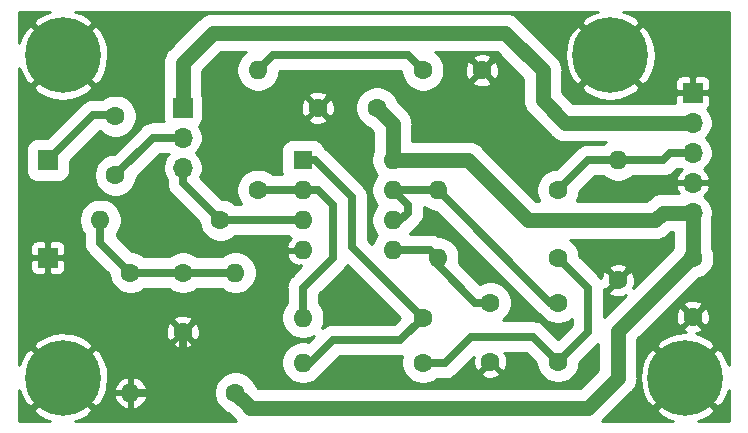
<source format=gbr>
%TF.GenerationSoftware,KiCad,Pcbnew,(5.1.6)-1*%
%TF.CreationDate,2020-11-02T08:51:04-08:00*%
%TF.ProjectId,Input_Signal_Conditioner,496e7075-745f-4536-9967-6e616c5f436f,A*%
%TF.SameCoordinates,Original*%
%TF.FileFunction,Copper,L2,Bot*%
%TF.FilePolarity,Positive*%
%FSLAX46Y46*%
G04 Gerber Fmt 4.6, Leading zero omitted, Abs format (unit mm)*
G04 Created by KiCad (PCBNEW (5.1.6)-1) date 2020-11-02 08:51:04*
%MOMM*%
%LPD*%
G01*
G04 APERTURE LIST*
%TA.AperFunction,ComponentPad*%
%ADD10R,1.700000X1.700000*%
%TD*%
%TA.AperFunction,ComponentPad*%
%ADD11O,1.700000X1.700000*%
%TD*%
%TA.AperFunction,ComponentPad*%
%ADD12C,1.600000*%
%TD*%
%TA.AperFunction,ComponentPad*%
%ADD13O,1.600000X1.600000*%
%TD*%
%TA.AperFunction,ComponentPad*%
%ADD14R,1.600000X1.600000*%
%TD*%
%TA.AperFunction,ComponentPad*%
%ADD15C,6.400000*%
%TD*%
%TA.AperFunction,ViaPad*%
%ADD16C,1.400000*%
%TD*%
%TA.AperFunction,Conductor*%
%ADD17C,0.700000*%
%TD*%
%TA.AperFunction,Conductor*%
%ADD18C,1.270000*%
%TD*%
%TA.AperFunction,Conductor*%
%ADD19C,0.254000*%
%TD*%
G04 APERTURE END LIST*
D10*
%TO.P,J4,1*%
%TO.N,BYPASS*%
X124460000Y-69215000D03*
D11*
%TO.P,J4,2*%
%TO.N,Net-(C1-Pad1)*%
X124460000Y-71755000D03*
%TO.P,J4,3*%
%TO.N,/AMP_IN*%
X124460000Y-74295000D03*
%TD*%
D10*
%TO.P,J1,1*%
%TO.N,MIC_IN+*%
X113030000Y-73660000D03*
%TD*%
%TO.P,J2,1*%
%TO.N,GND*%
X113030000Y-81915000D03*
%TD*%
%TO.P,J3,1*%
%TO.N,GND*%
X167640000Y-67945000D03*
D11*
%TO.P,J3,2*%
%TO.N,BYPASS*%
X167640000Y-70485000D03*
%TO.P,J3,3*%
%TO.N,ADC_IN*%
X167640000Y-73025000D03*
%TO.P,J3,4*%
%TO.N,GND*%
X167640000Y-75565000D03*
%TO.P,J3,5*%
%TO.N,3.3V*%
X167640000Y-78105000D03*
%TD*%
D12*
%TO.P,C1,1*%
%TO.N,Net-(C1-Pad1)*%
X118745000Y-74930000D03*
%TO.P,C1,2*%
%TO.N,MIC_IN+*%
X118745000Y-69930000D03*
%TD*%
%TO.P,C2,2*%
%TO.N,GND*%
X124460000Y-88185000D03*
%TO.P,C2,1*%
%TO.N,Net-(C2-Pad1)*%
X124460000Y-83185000D03*
%TD*%
%TO.P,C3,1*%
%TO.N,Net-(C3-Pad1)*%
X144780000Y-66040000D03*
%TO.P,C3,2*%
%TO.N,GND*%
X149780000Y-66040000D03*
%TD*%
%TO.P,C4,2*%
%TO.N,GND*%
X150495000Y-90725000D03*
%TO.P,C4,1*%
%TO.N,Net-(C4-Pad1)*%
X150495000Y-85725000D03*
%TD*%
%TO.P,C5,1*%
%TO.N,/FILT_OUT*%
X156210000Y-85725000D03*
%TO.P,C5,2*%
%TO.N,Net-(C5-Pad2)*%
X156210000Y-90725000D03*
%TD*%
%TO.P,C6,2*%
%TO.N,GND*%
X167640000Y-86915000D03*
%TO.P,C6,1*%
%TO.N,3.3V*%
X167640000Y-81915000D03*
%TD*%
D13*
%TO.P,R1,2*%
%TO.N,Net-(C2-Pad1)*%
X128905000Y-83185000D03*
D12*
%TO.P,R1,1*%
%TO.N,3.3V*%
X128905000Y-93345000D03*
%TD*%
%TO.P,R2,1*%
%TO.N,Net-(C2-Pad1)*%
X120015000Y-83185000D03*
D13*
%TO.P,R2,2*%
%TO.N,GND*%
X120015000Y-93345000D03*
%TD*%
%TO.P,R3,2*%
%TO.N,Net-(C2-Pad1)*%
X117475000Y-78740000D03*
D12*
%TO.P,R3,1*%
%TO.N,/AMP_IN*%
X127635000Y-78740000D03*
%TD*%
%TO.P,R4,1*%
%TO.N,Net-(R4-Pad1)*%
X130810000Y-76200000D03*
D13*
%TO.P,R4,2*%
%TO.N,Net-(C3-Pad1)*%
X130810000Y-66040000D03*
%TD*%
%TO.P,R5,2*%
%TO.N,Net-(R4-Pad1)*%
X134620000Y-86995000D03*
D12*
%TO.P,R5,1*%
%TO.N,/FILT_IN*%
X144780000Y-86995000D03*
%TD*%
D13*
%TO.P,R6,2*%
%TO.N,/FILT_IN*%
X134620000Y-90805000D03*
D12*
%TO.P,R6,1*%
%TO.N,Net-(C5-Pad2)*%
X144780000Y-90805000D03*
%TD*%
%TO.P,R7,1*%
%TO.N,Net-(C5-Pad2)*%
X156210000Y-81915000D03*
D13*
%TO.P,R7,2*%
%TO.N,Net-(C4-Pad1)*%
X146050000Y-81915000D03*
%TD*%
D12*
%TO.P,R8,1*%
%TO.N,ADC_IN*%
X156210000Y-76200000D03*
D13*
%TO.P,R8,2*%
%TO.N,/FILT_OUT*%
X146050000Y-76200000D03*
%TD*%
D12*
%TO.P,R9,1*%
%TO.N,GND*%
X161290000Y-83820000D03*
D13*
%TO.P,R9,2*%
%TO.N,ADC_IN*%
X161290000Y-73660000D03*
%TD*%
D14*
%TO.P,U1,1*%
%TO.N,/FILT_IN*%
X134620000Y-73660000D03*
D13*
%TO.P,U1,5*%
%TO.N,Net-(C4-Pad1)*%
X142240000Y-81280000D03*
%TO.P,U1,2*%
%TO.N,Net-(R4-Pad1)*%
X134620000Y-76200000D03*
%TO.P,U1,6*%
%TO.N,/FILT_OUT*%
X142240000Y-78740000D03*
%TO.P,U1,3*%
%TO.N,/AMP_IN*%
X134620000Y-78740000D03*
%TO.P,U1,7*%
%TO.N,/FILT_OUT*%
X142240000Y-76200000D03*
%TO.P,U1,4*%
%TO.N,GND*%
X134620000Y-81280000D03*
%TO.P,U1,8*%
%TO.N,3.3V*%
X142240000Y-73660000D03*
%TD*%
D15*
%TO.P,H1,1*%
%TO.N,GND*%
X114300000Y-64770000D03*
%TD*%
%TO.P,H2,1*%
%TO.N,GND*%
X160655000Y-64770000D03*
%TD*%
%TO.P,H3,1*%
%TO.N,GND*%
X167005000Y-92075000D03*
%TD*%
%TO.P,H4,1*%
%TO.N,GND*%
X114300000Y-92075000D03*
%TD*%
D12*
%TO.P,C7,1*%
%TO.N,GND*%
X135890000Y-69215000D03*
%TO.P,C7,2*%
%TO.N,3.3V*%
X140890000Y-69215000D03*
%TD*%
D16*
%TO.N,GND*%
X163830000Y-81280000D03*
X154305000Y-73025000D03*
X146050000Y-79375000D03*
X139065000Y-84455000D03*
%TD*%
D17*
%TO.N,Net-(C1-Pad1)*%
X121920000Y-71755000D02*
X124460000Y-71755000D01*
X118745000Y-74930000D02*
X121920000Y-71755000D01*
%TO.N,MIC_IN+*%
X113030000Y-73660000D02*
X116840000Y-69850000D01*
X118665000Y-69850000D02*
X118745000Y-69930000D01*
X116840000Y-69850000D02*
X118665000Y-69850000D01*
%TO.N,GND*%
X120015000Y-93345000D02*
X122555000Y-93345000D01*
X124460000Y-91440000D02*
X124460000Y-88185000D01*
X122555000Y-93345000D02*
X124460000Y-91440000D01*
%TO.N,Net-(C2-Pad1)*%
X117475000Y-80645000D02*
X120015000Y-83185000D01*
X117475000Y-78740000D02*
X117475000Y-80645000D01*
X124460000Y-83185000D02*
X128905000Y-83185000D01*
X120015000Y-83185000D02*
X124460000Y-83185000D01*
%TO.N,Net-(C3-Pad1)*%
X130810000Y-66040000D02*
X131445000Y-65405000D01*
X144780000Y-66040000D02*
X143510000Y-64770000D01*
X143510000Y-64770000D02*
X132080000Y-64770000D01*
X132080000Y-64770000D02*
X131445000Y-65405000D01*
%TO.N,Net-(C4-Pad1)*%
X145415000Y-81280000D02*
X146050000Y-81915000D01*
X142240000Y-81280000D02*
X145415000Y-81280000D01*
X149225000Y-85725000D02*
X150495000Y-85725000D01*
X146050000Y-81915000D02*
X146050000Y-82550000D01*
X146050000Y-82550000D02*
X149225000Y-85725000D01*
%TO.N,Net-(C5-Pad2)*%
X158750000Y-84455000D02*
X156210000Y-81915000D01*
X156210000Y-90725000D02*
X158750000Y-88185000D01*
X158750000Y-88185000D02*
X158750000Y-84455000D01*
X144780000Y-90805000D02*
X146685000Y-90805000D01*
X154080008Y-88595008D02*
X156210000Y-90725000D01*
X148894992Y-88595008D02*
X154080008Y-88595008D01*
X146685000Y-90805000D02*
X148894992Y-88595008D01*
D18*
%TO.N,3.3V*%
X164465000Y-78740000D02*
X165100000Y-78105000D01*
X153670000Y-78740000D02*
X164465000Y-78740000D01*
X142240000Y-73660000D02*
X148590000Y-73660000D01*
X148590000Y-73660000D02*
X153670000Y-78740000D01*
X165100000Y-78105000D02*
X167640000Y-78105000D01*
X167640000Y-78105000D02*
X167640000Y-81915000D01*
X129970001Y-94410001D02*
X128905000Y-93345000D01*
X130175000Y-94615000D02*
X129970001Y-94410001D01*
X167640000Y-81915000D02*
X167501370Y-81915000D01*
X161290000Y-88126370D02*
X161290000Y-92075000D01*
X161290000Y-92075000D02*
X158750000Y-94615000D01*
X167501370Y-81915000D02*
X161290000Y-88126370D01*
X158750000Y-94615000D02*
X130175000Y-94615000D01*
X142240000Y-70565000D02*
X140890000Y-69215000D01*
X142240000Y-73660000D02*
X142240000Y-70565000D01*
D17*
%TO.N,ADC_IN*%
X156210000Y-76200000D02*
X158750000Y-73660000D01*
X158750000Y-73660000D02*
X161290000Y-73660000D01*
X165100000Y-73660000D02*
X165735000Y-73025000D01*
X161290000Y-73660000D02*
X165100000Y-73660000D01*
X165735000Y-73025000D02*
X167640000Y-73025000D01*
D18*
%TO.N,BYPASS*%
X154940000Y-68580000D02*
X156845000Y-70485000D01*
X154940000Y-66062802D02*
X154940000Y-68580000D01*
X124460000Y-65405000D02*
X127000000Y-62865000D01*
X124460000Y-69215000D02*
X124460000Y-65405000D01*
X127000000Y-62865000D02*
X151765000Y-62865000D01*
X151765000Y-62865000D02*
X151765000Y-62887802D01*
X156845000Y-70485000D02*
X167640000Y-70485000D01*
X151765000Y-62887802D02*
X154940000Y-66062802D01*
D17*
%TO.N,Net-(R4-Pad1)*%
X134620000Y-76200000D02*
X135890000Y-76200000D01*
X135890000Y-76200000D02*
X137160000Y-77470000D01*
X137160000Y-77470000D02*
X137160000Y-81915000D01*
X134620000Y-84455000D02*
X134620000Y-86995000D01*
X137160000Y-81915000D02*
X134620000Y-84455000D01*
X134620000Y-76200000D02*
X130810000Y-76200000D01*
%TO.N,/FILT_OUT*%
X146050000Y-76200000D02*
X142240000Y-76200000D01*
X142240000Y-78740000D02*
X142875000Y-78740000D01*
X142875000Y-78740000D02*
X143510000Y-78105000D01*
X143510000Y-77470000D02*
X142240000Y-76200000D01*
X143510000Y-78105000D02*
X143510000Y-77470000D01*
X155575000Y-85725000D02*
X146050000Y-76200000D01*
X156210000Y-85725000D02*
X155575000Y-85725000D01*
%TO.N,/FILT_IN*%
X135612755Y-73660000D02*
X134620000Y-73660000D01*
X138760010Y-80975010D02*
X138760010Y-76807255D01*
X138760010Y-76807255D02*
X135612755Y-73660000D01*
X144780000Y-86995000D02*
X138760010Y-80975010D01*
X135255000Y-90805000D02*
X134620000Y-90805000D01*
X137160000Y-88900000D02*
X135255000Y-90805000D01*
X144780000Y-86995000D02*
X142875000Y-88900000D01*
X142875000Y-88900000D02*
X137160000Y-88900000D01*
%TO.N,/AMP_IN*%
X124460000Y-75565000D02*
X127635000Y-78740000D01*
X124460000Y-74295000D02*
X124460000Y-75565000D01*
X127635000Y-78740000D02*
X134620000Y-78740000D01*
%TD*%
D19*
%TO.N,GND*%
G36*
X112847792Y-61200548D02*
G01*
X112179330Y-61552445D01*
X112138912Y-61579452D01*
X111778724Y-62069119D01*
X114300000Y-64590395D01*
X116821276Y-62069119D01*
X116461088Y-61579452D01*
X115797118Y-61219151D01*
X115371165Y-61087000D01*
X159585789Y-61087000D01*
X159202792Y-61200548D01*
X158534330Y-61552445D01*
X158493912Y-61579452D01*
X158133724Y-62069119D01*
X160655000Y-64590395D01*
X163176276Y-62069119D01*
X162816088Y-61579452D01*
X162152118Y-61219151D01*
X161726165Y-61087000D01*
X170688000Y-61087000D01*
X170688000Y-91005789D01*
X170574452Y-90622792D01*
X170222555Y-89954330D01*
X170195548Y-89913912D01*
X169705881Y-89553724D01*
X167184605Y-92075000D01*
X169705881Y-94596276D01*
X170195548Y-94236088D01*
X170555849Y-93572118D01*
X170688000Y-93146165D01*
X170688000Y-95758000D01*
X168074211Y-95758000D01*
X168457208Y-95644452D01*
X169125670Y-95292555D01*
X169166088Y-95265548D01*
X169526276Y-94775881D01*
X167005000Y-92254605D01*
X164483724Y-94775881D01*
X164843912Y-95265548D01*
X165507882Y-95625849D01*
X165933835Y-95758000D01*
X159961998Y-95758000D01*
X159982942Y-95732480D01*
X162407485Y-93307938D01*
X162470897Y-93255897D01*
X162522938Y-93192485D01*
X162522941Y-93192482D01*
X162678588Y-93002826D01*
X162819092Y-92739961D01*
X162832917Y-92714097D01*
X162927952Y-92400809D01*
X162952000Y-92156643D01*
X162952000Y-92156633D01*
X162960040Y-92075001D01*
X162957647Y-92050695D01*
X163151520Y-92050695D01*
X163220822Y-92802938D01*
X163435548Y-93527208D01*
X163787445Y-94195670D01*
X163814452Y-94236088D01*
X164304119Y-94596276D01*
X166825395Y-92075000D01*
X164304119Y-89553724D01*
X163814452Y-89913912D01*
X163454151Y-90577882D01*
X163230306Y-91299385D01*
X163151520Y-92050695D01*
X162957647Y-92050695D01*
X162952000Y-91993369D01*
X162952000Y-89374119D01*
X164483724Y-89374119D01*
X167005000Y-91895395D01*
X169526276Y-89374119D01*
X169166088Y-88884452D01*
X168502118Y-88524151D01*
X167877741Y-88330439D01*
X167990130Y-88313787D01*
X168256292Y-88218603D01*
X168381514Y-88151671D01*
X168453097Y-87907702D01*
X167640000Y-87094605D01*
X166826903Y-87907702D01*
X166898486Y-88151671D01*
X167050888Y-88223783D01*
X167029305Y-88221520D01*
X166277062Y-88290822D01*
X165552792Y-88505548D01*
X164884330Y-88857445D01*
X164843912Y-88884452D01*
X164483724Y-89374119D01*
X162952000Y-89374119D01*
X162952000Y-88814792D01*
X164781280Y-86985512D01*
X166199783Y-86985512D01*
X166241213Y-87265130D01*
X166336397Y-87531292D01*
X166403329Y-87656514D01*
X166647298Y-87728097D01*
X167460395Y-86915000D01*
X167819605Y-86915000D01*
X168632702Y-87728097D01*
X168876671Y-87656514D01*
X168997571Y-87401004D01*
X169066300Y-87126816D01*
X169080217Y-86844488D01*
X169038787Y-86564870D01*
X168943603Y-86298708D01*
X168876671Y-86173486D01*
X168632702Y-86101903D01*
X167819605Y-86915000D01*
X167460395Y-86915000D01*
X166647298Y-86101903D01*
X166403329Y-86173486D01*
X166282429Y-86428996D01*
X166213700Y-86703184D01*
X166199783Y-86985512D01*
X164781280Y-86985512D01*
X165844494Y-85922298D01*
X166826903Y-85922298D01*
X167640000Y-86735395D01*
X168453097Y-85922298D01*
X168381514Y-85678329D01*
X168126004Y-85557429D01*
X167851816Y-85488700D01*
X167569488Y-85474783D01*
X167289870Y-85516213D01*
X167023708Y-85611397D01*
X166898486Y-85678329D01*
X166826903Y-85922298D01*
X165844494Y-85922298D01*
X168075658Y-83691135D01*
X168172916Y-83671789D01*
X168505409Y-83534066D01*
X168804645Y-83334124D01*
X169059124Y-83079645D01*
X169259066Y-82780409D01*
X169396789Y-82447916D01*
X169467000Y-82094944D01*
X169467000Y-81735056D01*
X169396789Y-81382084D01*
X169302000Y-81153243D01*
X169302000Y-78345580D01*
X169317000Y-78270170D01*
X169317000Y-77939830D01*
X169252554Y-77615837D01*
X169126138Y-77310643D01*
X168942611Y-77035975D01*
X168709025Y-76802389D01*
X168574354Y-76712405D01*
X168737588Y-76565269D01*
X168911641Y-76331920D01*
X169036825Y-76069099D01*
X169081476Y-75921890D01*
X168960155Y-75692000D01*
X167767000Y-75692000D01*
X167767000Y-75712000D01*
X167513000Y-75712000D01*
X167513000Y-75692000D01*
X166319845Y-75692000D01*
X166198524Y-75921890D01*
X166243175Y-76069099D01*
X166368359Y-76331920D01*
X166451213Y-76443000D01*
X165181632Y-76443000D01*
X165100000Y-76434960D01*
X165018368Y-76443000D01*
X165018357Y-76443000D01*
X164774191Y-76467048D01*
X164460903Y-76562083D01*
X164172175Y-76716412D01*
X163919103Y-76924103D01*
X163867058Y-76987520D01*
X163776578Y-77078000D01*
X157820653Y-77078000D01*
X157829066Y-77065409D01*
X157966789Y-76732916D01*
X158037000Y-76379944D01*
X158037000Y-76320371D01*
X159320372Y-75037000D01*
X160083231Y-75037000D01*
X160125355Y-75079124D01*
X160424591Y-75279066D01*
X160757084Y-75416789D01*
X161110056Y-75487000D01*
X161469944Y-75487000D01*
X161822916Y-75416789D01*
X162155409Y-75279066D01*
X162454645Y-75079124D01*
X162496769Y-75037000D01*
X165032360Y-75037000D01*
X165100000Y-75043662D01*
X165184342Y-75035355D01*
X165369939Y-75017075D01*
X165629505Y-74938337D01*
X165868721Y-74810473D01*
X166078397Y-74638397D01*
X166121521Y-74585850D01*
X166305371Y-74402000D01*
X166682306Y-74402000D01*
X166705646Y-74417595D01*
X166542412Y-74564731D01*
X166368359Y-74798080D01*
X166243175Y-75060901D01*
X166198524Y-75208110D01*
X166319845Y-75438000D01*
X167513000Y-75438000D01*
X167513000Y-75418000D01*
X167767000Y-75418000D01*
X167767000Y-75438000D01*
X168960155Y-75438000D01*
X169081476Y-75208110D01*
X169036825Y-75060901D01*
X168911641Y-74798080D01*
X168737588Y-74564731D01*
X168574354Y-74417595D01*
X168709025Y-74327611D01*
X168942611Y-74094025D01*
X169126138Y-73819357D01*
X169252554Y-73514163D01*
X169317000Y-73190170D01*
X169317000Y-72859830D01*
X169252554Y-72535837D01*
X169126138Y-72230643D01*
X168942611Y-71955975D01*
X168741636Y-71755000D01*
X168942611Y-71554025D01*
X169126138Y-71279357D01*
X169252554Y-70974163D01*
X169317000Y-70650170D01*
X169317000Y-70319830D01*
X169252554Y-69995837D01*
X169126138Y-69690643D01*
X168942611Y-69415975D01*
X168848712Y-69322076D01*
X168941185Y-69246185D01*
X169020537Y-69149494D01*
X169079502Y-69039180D01*
X169115812Y-68919482D01*
X169128072Y-68795000D01*
X169125000Y-68230750D01*
X168966250Y-68072000D01*
X167767000Y-68072000D01*
X167767000Y-68092000D01*
X167513000Y-68092000D01*
X167513000Y-68072000D01*
X166313750Y-68072000D01*
X166155000Y-68230750D01*
X166151928Y-68795000D01*
X166154686Y-68823000D01*
X157533423Y-68823000D01*
X156602000Y-67891578D01*
X156602000Y-67470881D01*
X158133724Y-67470881D01*
X158493912Y-67960548D01*
X159157882Y-68320849D01*
X159879385Y-68544694D01*
X160630695Y-68623480D01*
X161382938Y-68554178D01*
X162107208Y-68339452D01*
X162775670Y-67987555D01*
X162816088Y-67960548D01*
X163176276Y-67470881D01*
X160655000Y-64949605D01*
X158133724Y-67470881D01*
X156602000Y-67470881D01*
X156602000Y-66144433D01*
X156610040Y-66062801D01*
X156602000Y-65981169D01*
X156602000Y-65981159D01*
X156577952Y-65736993D01*
X156482917Y-65423705D01*
X156377724Y-65226903D01*
X156328588Y-65134976D01*
X156172941Y-64945320D01*
X156172938Y-64945317D01*
X156120897Y-64881905D01*
X156057486Y-64829865D01*
X155973316Y-64745695D01*
X156801520Y-64745695D01*
X156870822Y-65497938D01*
X157085548Y-66222208D01*
X157437445Y-66890670D01*
X157464452Y-66931088D01*
X157954119Y-67291276D01*
X160475395Y-64770000D01*
X160834605Y-64770000D01*
X163355881Y-67291276D01*
X163622713Y-67095000D01*
X166151928Y-67095000D01*
X166155000Y-67659250D01*
X166313750Y-67818000D01*
X167513000Y-67818000D01*
X167513000Y-66618750D01*
X167767000Y-66618750D01*
X167767000Y-67818000D01*
X168966250Y-67818000D01*
X169125000Y-67659250D01*
X169128072Y-67095000D01*
X169115812Y-66970518D01*
X169079502Y-66850820D01*
X169020537Y-66740506D01*
X168941185Y-66643815D01*
X168844494Y-66564463D01*
X168734180Y-66505498D01*
X168614482Y-66469188D01*
X168490000Y-66456928D01*
X167925750Y-66460000D01*
X167767000Y-66618750D01*
X167513000Y-66618750D01*
X167354250Y-66460000D01*
X166790000Y-66456928D01*
X166665518Y-66469188D01*
X166545820Y-66505498D01*
X166435506Y-66564463D01*
X166338815Y-66643815D01*
X166259463Y-66740506D01*
X166200498Y-66850820D01*
X166164188Y-66970518D01*
X166151928Y-67095000D01*
X163622713Y-67095000D01*
X163845548Y-66931088D01*
X164205849Y-66267118D01*
X164429694Y-65545615D01*
X164508480Y-64794305D01*
X164439178Y-64042062D01*
X164224452Y-63317792D01*
X163872555Y-62649330D01*
X163845548Y-62608912D01*
X163355881Y-62248724D01*
X160834605Y-64770000D01*
X160475395Y-64770000D01*
X157954119Y-62248724D01*
X157464452Y-62608912D01*
X157104151Y-63272882D01*
X156880306Y-63994385D01*
X156801520Y-64745695D01*
X155973316Y-64745695D01*
X153102298Y-61874678D01*
X152945897Y-61684103D01*
X152692825Y-61476412D01*
X152404097Y-61322083D01*
X152090809Y-61227048D01*
X151846643Y-61203000D01*
X151846642Y-61203000D01*
X151765000Y-61194959D01*
X151683357Y-61203000D01*
X127081631Y-61203000D01*
X126999999Y-61194960D01*
X126918367Y-61203000D01*
X126918357Y-61203000D01*
X126674191Y-61227048D01*
X126360903Y-61322083D01*
X126318242Y-61344886D01*
X126072174Y-61476412D01*
X125882518Y-61632059D01*
X125882515Y-61632062D01*
X125819103Y-61684103D01*
X125767062Y-61747515D01*
X123342515Y-64172063D01*
X123279104Y-64224103D01*
X123227063Y-64287515D01*
X123227059Y-64287519D01*
X123071412Y-64477175D01*
X122983732Y-64641213D01*
X122917084Y-64765903D01*
X122862659Y-64945320D01*
X122822049Y-65079192D01*
X122789960Y-65405000D01*
X122798001Y-65486642D01*
X122798000Y-68192877D01*
X122794966Y-68202880D01*
X122778999Y-68365000D01*
X122778999Y-70065000D01*
X122794966Y-70227120D01*
X122840735Y-70378000D01*
X121987639Y-70378000D01*
X121919999Y-70371338D01*
X121650060Y-70397925D01*
X121472883Y-70451671D01*
X121390495Y-70476663D01*
X121151279Y-70604527D01*
X120941603Y-70776603D01*
X120898483Y-70829145D01*
X118624629Y-73103000D01*
X118565056Y-73103000D01*
X118212084Y-73173211D01*
X117879591Y-73310934D01*
X117580355Y-73510876D01*
X117325876Y-73765355D01*
X117125934Y-74064591D01*
X116988211Y-74397084D01*
X116918000Y-74750056D01*
X116918000Y-75109944D01*
X116988211Y-75462916D01*
X117125934Y-75795409D01*
X117325876Y-76094645D01*
X117580355Y-76349124D01*
X117879591Y-76549066D01*
X118212084Y-76686789D01*
X118565056Y-76757000D01*
X118924944Y-76757000D01*
X119277916Y-76686789D01*
X119610409Y-76549066D01*
X119909645Y-76349124D01*
X120164124Y-76094645D01*
X120364066Y-75795409D01*
X120501789Y-75462916D01*
X120572000Y-75109944D01*
X120572000Y-75050371D01*
X122490372Y-73132000D01*
X123251364Y-73132000D01*
X123157389Y-73225975D01*
X122973862Y-73500643D01*
X122847446Y-73805837D01*
X122783000Y-74129830D01*
X122783000Y-74460170D01*
X122847446Y-74784163D01*
X122973862Y-75089357D01*
X123083000Y-75252694D01*
X123083000Y-75497360D01*
X123076338Y-75565000D01*
X123083000Y-75632640D01*
X123102925Y-75834939D01*
X123181663Y-76094505D01*
X123309528Y-76333721D01*
X123481604Y-76543397D01*
X123534146Y-76586517D01*
X125808000Y-78860372D01*
X125808000Y-78919944D01*
X125878211Y-79272916D01*
X126015934Y-79605409D01*
X126215876Y-79904645D01*
X126470355Y-80159124D01*
X126769591Y-80359066D01*
X127102084Y-80496789D01*
X127455056Y-80567000D01*
X127814944Y-80567000D01*
X128167916Y-80496789D01*
X128500409Y-80359066D01*
X128799645Y-80159124D01*
X128841769Y-80117000D01*
X133413231Y-80117000D01*
X133455355Y-80159124D01*
X133613555Y-80264830D01*
X133556481Y-80316586D01*
X133388963Y-80542580D01*
X133268754Y-80796913D01*
X133228096Y-80930961D01*
X133350085Y-81153000D01*
X134493000Y-81153000D01*
X134493000Y-81133000D01*
X134747000Y-81133000D01*
X134747000Y-81153000D01*
X134767000Y-81153000D01*
X134767000Y-81407000D01*
X134747000Y-81407000D01*
X134747000Y-81427000D01*
X134493000Y-81427000D01*
X134493000Y-81407000D01*
X133350085Y-81407000D01*
X133228096Y-81629039D01*
X133268754Y-81763087D01*
X133388963Y-82017420D01*
X133556481Y-82243414D01*
X133764869Y-82432385D01*
X134006119Y-82577070D01*
X134270960Y-82671909D01*
X134492998Y-82550625D01*
X134492998Y-82634631D01*
X133694146Y-83433483D01*
X133641603Y-83476604D01*
X133469527Y-83686280D01*
X133439744Y-83742000D01*
X133341663Y-83925496D01*
X133262925Y-84185061D01*
X133236338Y-84455000D01*
X133243000Y-84522640D01*
X133243001Y-85788230D01*
X133200876Y-85830355D01*
X133000934Y-86129591D01*
X132863211Y-86462084D01*
X132793000Y-86815056D01*
X132793000Y-87174944D01*
X132863211Y-87527916D01*
X133000934Y-87860409D01*
X133200876Y-88159645D01*
X133455355Y-88414124D01*
X133754591Y-88614066D01*
X134087084Y-88751789D01*
X134440056Y-88822000D01*
X134799944Y-88822000D01*
X135152916Y-88751789D01*
X135485409Y-88614066D01*
X135525048Y-88587580D01*
X135079100Y-89033528D01*
X134799944Y-88978000D01*
X134440056Y-88978000D01*
X134087084Y-89048211D01*
X133754591Y-89185934D01*
X133455355Y-89385876D01*
X133200876Y-89640355D01*
X133000934Y-89939591D01*
X132863211Y-90272084D01*
X132793000Y-90625056D01*
X132793000Y-90984944D01*
X132863211Y-91337916D01*
X133000934Y-91670409D01*
X133200876Y-91969645D01*
X133455355Y-92224124D01*
X133754591Y-92424066D01*
X134087084Y-92561789D01*
X134440056Y-92632000D01*
X134799944Y-92632000D01*
X135152916Y-92561789D01*
X135485409Y-92424066D01*
X135784645Y-92224124D01*
X136039124Y-91969645D01*
X136078792Y-91910278D01*
X136233397Y-91783397D01*
X136276521Y-91730850D01*
X137730372Y-90277000D01*
X142807360Y-90277000D01*
X142875000Y-90283662D01*
X143024515Y-90268936D01*
X143023211Y-90272084D01*
X142953000Y-90625056D01*
X142953000Y-90984944D01*
X143023211Y-91337916D01*
X143160934Y-91670409D01*
X143360876Y-91969645D01*
X143615355Y-92224124D01*
X143914591Y-92424066D01*
X144247084Y-92561789D01*
X144600056Y-92632000D01*
X144959944Y-92632000D01*
X145312916Y-92561789D01*
X145645409Y-92424066D01*
X145944645Y-92224124D01*
X145986769Y-92182000D01*
X146617360Y-92182000D01*
X146685000Y-92188662D01*
X146769342Y-92180355D01*
X146954939Y-92162075D01*
X147214505Y-92083337D01*
X147453721Y-91955473D01*
X147663397Y-91783397D01*
X147706521Y-91730850D01*
X147719669Y-91717702D01*
X149681903Y-91717702D01*
X149753486Y-91961671D01*
X150008996Y-92082571D01*
X150283184Y-92151300D01*
X150565512Y-92165217D01*
X150845130Y-92123787D01*
X151111292Y-92028603D01*
X151236514Y-91961671D01*
X151308097Y-91717702D01*
X150495000Y-90904605D01*
X149681903Y-91717702D01*
X147719669Y-91717702D01*
X149117041Y-90320330D01*
X149068700Y-90513184D01*
X149054783Y-90795512D01*
X149096213Y-91075130D01*
X149191397Y-91341292D01*
X149258329Y-91466514D01*
X149502298Y-91538097D01*
X150315395Y-90725000D01*
X150301253Y-90710858D01*
X150480858Y-90531253D01*
X150495000Y-90545395D01*
X150509143Y-90531253D01*
X150688748Y-90710858D01*
X150674605Y-90725000D01*
X151487702Y-91538097D01*
X151731671Y-91466514D01*
X151852571Y-91211004D01*
X151921300Y-90936816D01*
X151935217Y-90654488D01*
X151893787Y-90374870D01*
X151798603Y-90108708D01*
X151731671Y-89983486D01*
X151692552Y-89972008D01*
X153509637Y-89972008D01*
X154383000Y-90845372D01*
X154383000Y-90904944D01*
X154453211Y-91257916D01*
X154590934Y-91590409D01*
X154790876Y-91889645D01*
X155045355Y-92144124D01*
X155344591Y-92344066D01*
X155677084Y-92481789D01*
X156030056Y-92552000D01*
X156389944Y-92552000D01*
X156742916Y-92481789D01*
X157075409Y-92344066D01*
X157374645Y-92144124D01*
X157629124Y-91889645D01*
X157829066Y-91590409D01*
X157966789Y-91257916D01*
X158037000Y-90904944D01*
X158037000Y-90845371D01*
X159628000Y-89254372D01*
X159628001Y-91386576D01*
X158061578Y-92953000D01*
X130863422Y-92953000D01*
X130618856Y-92708434D01*
X130524066Y-92479591D01*
X130324124Y-92180355D01*
X130069645Y-91925876D01*
X129770409Y-91725934D01*
X129437916Y-91588211D01*
X129084944Y-91518000D01*
X128725056Y-91518000D01*
X128372084Y-91588211D01*
X128039591Y-91725934D01*
X127740355Y-91925876D01*
X127485876Y-92180355D01*
X127285934Y-92479591D01*
X127148211Y-92812084D01*
X127078000Y-93165056D01*
X127078000Y-93524944D01*
X127148211Y-93877916D01*
X127285934Y-94210409D01*
X127485876Y-94509645D01*
X127740355Y-94764124D01*
X128039591Y-94964066D01*
X128268434Y-95058856D01*
X128942058Y-95732480D01*
X128963002Y-95758000D01*
X115369211Y-95758000D01*
X115752208Y-95644452D01*
X116420670Y-95292555D01*
X116461088Y-95265548D01*
X116821276Y-94775881D01*
X114300000Y-92254605D01*
X111778724Y-94775881D01*
X112138912Y-95265548D01*
X112802882Y-95625849D01*
X113228835Y-95758000D01*
X110617000Y-95758000D01*
X110617000Y-93144211D01*
X110730548Y-93527208D01*
X111082445Y-94195670D01*
X111109452Y-94236088D01*
X111599119Y-94596276D01*
X114120395Y-92075000D01*
X114479605Y-92075000D01*
X117000881Y-94596276D01*
X117490548Y-94236088D01*
X117784688Y-93694040D01*
X118623091Y-93694040D01*
X118717930Y-93958881D01*
X118862615Y-94200131D01*
X119051586Y-94408519D01*
X119277580Y-94576037D01*
X119531913Y-94696246D01*
X119665961Y-94736904D01*
X119888000Y-94614915D01*
X119888000Y-93472000D01*
X120142000Y-93472000D01*
X120142000Y-94614915D01*
X120364039Y-94736904D01*
X120498087Y-94696246D01*
X120752420Y-94576037D01*
X120978414Y-94408519D01*
X121167385Y-94200131D01*
X121312070Y-93958881D01*
X121406909Y-93694040D01*
X121285624Y-93472000D01*
X120142000Y-93472000D01*
X119888000Y-93472000D01*
X118744376Y-93472000D01*
X118623091Y-93694040D01*
X117784688Y-93694040D01*
X117850849Y-93572118D01*
X118029600Y-92995960D01*
X118623091Y-92995960D01*
X118744376Y-93218000D01*
X119888000Y-93218000D01*
X119888000Y-92075085D01*
X120142000Y-92075085D01*
X120142000Y-93218000D01*
X121285624Y-93218000D01*
X121406909Y-92995960D01*
X121312070Y-92731119D01*
X121167385Y-92489869D01*
X120978414Y-92281481D01*
X120752420Y-92113963D01*
X120498087Y-91993754D01*
X120364039Y-91953096D01*
X120142000Y-92075085D01*
X119888000Y-92075085D01*
X119665961Y-91953096D01*
X119531913Y-91993754D01*
X119277580Y-92113963D01*
X119051586Y-92281481D01*
X118862615Y-92489869D01*
X118717930Y-92731119D01*
X118623091Y-92995960D01*
X118029600Y-92995960D01*
X118074694Y-92850615D01*
X118153480Y-92099305D01*
X118084178Y-91347062D01*
X117869452Y-90622792D01*
X117517555Y-89954330D01*
X117490548Y-89913912D01*
X117000881Y-89553724D01*
X114479605Y-92075000D01*
X114120395Y-92075000D01*
X111599119Y-89553724D01*
X111109452Y-89913912D01*
X110749151Y-90577882D01*
X110617000Y-91003835D01*
X110617000Y-89374119D01*
X111778724Y-89374119D01*
X114300000Y-91895395D01*
X116821276Y-89374119D01*
X116676797Y-89177702D01*
X123646903Y-89177702D01*
X123718486Y-89421671D01*
X123973996Y-89542571D01*
X124248184Y-89611300D01*
X124530512Y-89625217D01*
X124810130Y-89583787D01*
X125076292Y-89488603D01*
X125201514Y-89421671D01*
X125273097Y-89177702D01*
X124460000Y-88364605D01*
X123646903Y-89177702D01*
X116676797Y-89177702D01*
X116461088Y-88884452D01*
X115797118Y-88524151D01*
X115075615Y-88300306D01*
X114648456Y-88255512D01*
X123019783Y-88255512D01*
X123061213Y-88535130D01*
X123156397Y-88801292D01*
X123223329Y-88926514D01*
X123467298Y-88998097D01*
X124280395Y-88185000D01*
X124639605Y-88185000D01*
X125452702Y-88998097D01*
X125696671Y-88926514D01*
X125817571Y-88671004D01*
X125886300Y-88396816D01*
X125900217Y-88114488D01*
X125858787Y-87834870D01*
X125763603Y-87568708D01*
X125696671Y-87443486D01*
X125452702Y-87371903D01*
X124639605Y-88185000D01*
X124280395Y-88185000D01*
X123467298Y-87371903D01*
X123223329Y-87443486D01*
X123102429Y-87698996D01*
X123033700Y-87973184D01*
X123019783Y-88255512D01*
X114648456Y-88255512D01*
X114324305Y-88221520D01*
X113572062Y-88290822D01*
X112847792Y-88505548D01*
X112179330Y-88857445D01*
X112138912Y-88884452D01*
X111778724Y-89374119D01*
X110617000Y-89374119D01*
X110617000Y-87192298D01*
X123646903Y-87192298D01*
X124460000Y-88005395D01*
X125273097Y-87192298D01*
X125201514Y-86948329D01*
X124946004Y-86827429D01*
X124671816Y-86758700D01*
X124389488Y-86744783D01*
X124109870Y-86786213D01*
X123843708Y-86881397D01*
X123718486Y-86948329D01*
X123646903Y-87192298D01*
X110617000Y-87192298D01*
X110617000Y-82765000D01*
X111541928Y-82765000D01*
X111554188Y-82889482D01*
X111590498Y-83009180D01*
X111649463Y-83119494D01*
X111728815Y-83216185D01*
X111825506Y-83295537D01*
X111935820Y-83354502D01*
X112055518Y-83390812D01*
X112180000Y-83403072D01*
X112744250Y-83400000D01*
X112903000Y-83241250D01*
X112903000Y-82042000D01*
X113157000Y-82042000D01*
X113157000Y-83241250D01*
X113315750Y-83400000D01*
X113880000Y-83403072D01*
X114004482Y-83390812D01*
X114124180Y-83354502D01*
X114234494Y-83295537D01*
X114331185Y-83216185D01*
X114410537Y-83119494D01*
X114469502Y-83009180D01*
X114505812Y-82889482D01*
X114518072Y-82765000D01*
X114515000Y-82200750D01*
X114356250Y-82042000D01*
X113157000Y-82042000D01*
X112903000Y-82042000D01*
X111703750Y-82042000D01*
X111545000Y-82200750D01*
X111541928Y-82765000D01*
X110617000Y-82765000D01*
X110617000Y-81065000D01*
X111541928Y-81065000D01*
X111545000Y-81629250D01*
X111703750Y-81788000D01*
X112903000Y-81788000D01*
X112903000Y-80588750D01*
X113157000Y-80588750D01*
X113157000Y-81788000D01*
X114356250Y-81788000D01*
X114515000Y-81629250D01*
X114518072Y-81065000D01*
X114505812Y-80940518D01*
X114469502Y-80820820D01*
X114410537Y-80710506D01*
X114331185Y-80613815D01*
X114234494Y-80534463D01*
X114124180Y-80475498D01*
X114004482Y-80439188D01*
X113880000Y-80426928D01*
X113315750Y-80430000D01*
X113157000Y-80588750D01*
X112903000Y-80588750D01*
X112744250Y-80430000D01*
X112180000Y-80426928D01*
X112055518Y-80439188D01*
X111935820Y-80475498D01*
X111825506Y-80534463D01*
X111728815Y-80613815D01*
X111649463Y-80710506D01*
X111590498Y-80820820D01*
X111554188Y-80940518D01*
X111541928Y-81065000D01*
X110617000Y-81065000D01*
X110617000Y-78560056D01*
X115648000Y-78560056D01*
X115648000Y-78919944D01*
X115718211Y-79272916D01*
X115855934Y-79605409D01*
X116055876Y-79904645D01*
X116098001Y-79946770D01*
X116098001Y-80577351D01*
X116091338Y-80645000D01*
X116117925Y-80914939D01*
X116196663Y-81174504D01*
X116253052Y-81280000D01*
X116324528Y-81413721D01*
X116496604Y-81623397D01*
X116549145Y-81666517D01*
X118188000Y-83305372D01*
X118188000Y-83364944D01*
X118258211Y-83717916D01*
X118395934Y-84050409D01*
X118595876Y-84349645D01*
X118850355Y-84604124D01*
X119149591Y-84804066D01*
X119482084Y-84941789D01*
X119835056Y-85012000D01*
X120194944Y-85012000D01*
X120547916Y-84941789D01*
X120880409Y-84804066D01*
X121179645Y-84604124D01*
X121221769Y-84562000D01*
X123253231Y-84562000D01*
X123295355Y-84604124D01*
X123594591Y-84804066D01*
X123927084Y-84941789D01*
X124280056Y-85012000D01*
X124639944Y-85012000D01*
X124992916Y-84941789D01*
X125325409Y-84804066D01*
X125624645Y-84604124D01*
X125666769Y-84562000D01*
X127698231Y-84562000D01*
X127740355Y-84604124D01*
X128039591Y-84804066D01*
X128372084Y-84941789D01*
X128725056Y-85012000D01*
X129084944Y-85012000D01*
X129437916Y-84941789D01*
X129770409Y-84804066D01*
X130069645Y-84604124D01*
X130324124Y-84349645D01*
X130524066Y-84050409D01*
X130661789Y-83717916D01*
X130732000Y-83364944D01*
X130732000Y-83005056D01*
X130661789Y-82652084D01*
X130524066Y-82319591D01*
X130324124Y-82020355D01*
X130069645Y-81765876D01*
X129770409Y-81565934D01*
X129437916Y-81428211D01*
X129084944Y-81358000D01*
X128725056Y-81358000D01*
X128372084Y-81428211D01*
X128039591Y-81565934D01*
X127740355Y-81765876D01*
X127698231Y-81808000D01*
X125666769Y-81808000D01*
X125624645Y-81765876D01*
X125325409Y-81565934D01*
X124992916Y-81428211D01*
X124639944Y-81358000D01*
X124280056Y-81358000D01*
X123927084Y-81428211D01*
X123594591Y-81565934D01*
X123295355Y-81765876D01*
X123253231Y-81808000D01*
X121221769Y-81808000D01*
X121179645Y-81765876D01*
X120880409Y-81565934D01*
X120547916Y-81428211D01*
X120194944Y-81358000D01*
X120135372Y-81358000D01*
X118852000Y-80074629D01*
X118852000Y-79946769D01*
X118894124Y-79904645D01*
X119094066Y-79605409D01*
X119231789Y-79272916D01*
X119302000Y-78919944D01*
X119302000Y-78560056D01*
X119231789Y-78207084D01*
X119094066Y-77874591D01*
X118894124Y-77575355D01*
X118639645Y-77320876D01*
X118340409Y-77120934D01*
X118007916Y-76983211D01*
X117654944Y-76913000D01*
X117295056Y-76913000D01*
X116942084Y-76983211D01*
X116609591Y-77120934D01*
X116310355Y-77320876D01*
X116055876Y-77575355D01*
X115855934Y-77874591D01*
X115718211Y-78207084D01*
X115648000Y-78560056D01*
X110617000Y-78560056D01*
X110617000Y-72810000D01*
X111148031Y-72810000D01*
X111148031Y-74510000D01*
X111167860Y-74711327D01*
X111226585Y-74904917D01*
X111321949Y-75083331D01*
X111450288Y-75239712D01*
X111606669Y-75368051D01*
X111785083Y-75463415D01*
X111978673Y-75522140D01*
X112180000Y-75541969D01*
X113880000Y-75541969D01*
X114081327Y-75522140D01*
X114274917Y-75463415D01*
X114453331Y-75368051D01*
X114609712Y-75239712D01*
X114738051Y-75083331D01*
X114833415Y-74904917D01*
X114892140Y-74711327D01*
X114911969Y-74510000D01*
X114911969Y-73725402D01*
X117410372Y-71227000D01*
X117458231Y-71227000D01*
X117580355Y-71349124D01*
X117879591Y-71549066D01*
X118212084Y-71686789D01*
X118565056Y-71757000D01*
X118924944Y-71757000D01*
X119277916Y-71686789D01*
X119610409Y-71549066D01*
X119909645Y-71349124D01*
X120164124Y-71094645D01*
X120364066Y-70795409D01*
X120501789Y-70462916D01*
X120572000Y-70109944D01*
X120572000Y-69750056D01*
X120501789Y-69397084D01*
X120364066Y-69064591D01*
X120164124Y-68765355D01*
X119909645Y-68510876D01*
X119610409Y-68310934D01*
X119277916Y-68173211D01*
X118924944Y-68103000D01*
X118565056Y-68103000D01*
X118212084Y-68173211D01*
X117879591Y-68310934D01*
X117637041Y-68473000D01*
X116907640Y-68473000D01*
X116840000Y-68466338D01*
X116570060Y-68492925D01*
X116510884Y-68510876D01*
X116310495Y-68571663D01*
X116071279Y-68699527D01*
X115861603Y-68871603D01*
X115818483Y-68924145D01*
X112964598Y-71778031D01*
X112180000Y-71778031D01*
X111978673Y-71797860D01*
X111785083Y-71856585D01*
X111606669Y-71951949D01*
X111450288Y-72080288D01*
X111321949Y-72236669D01*
X111226585Y-72415083D01*
X111167860Y-72608673D01*
X111148031Y-72810000D01*
X110617000Y-72810000D01*
X110617000Y-67470881D01*
X111778724Y-67470881D01*
X112138912Y-67960548D01*
X112802882Y-68320849D01*
X113524385Y-68544694D01*
X114275695Y-68623480D01*
X115027938Y-68554178D01*
X115752208Y-68339452D01*
X116420670Y-67987555D01*
X116461088Y-67960548D01*
X116821276Y-67470881D01*
X114300000Y-64949605D01*
X111778724Y-67470881D01*
X110617000Y-67470881D01*
X110617000Y-65839211D01*
X110730548Y-66222208D01*
X111082445Y-66890670D01*
X111109452Y-66931088D01*
X111599119Y-67291276D01*
X114120395Y-64770000D01*
X114479605Y-64770000D01*
X117000881Y-67291276D01*
X117490548Y-66931088D01*
X117850849Y-66267118D01*
X118074694Y-65545615D01*
X118153480Y-64794305D01*
X118084178Y-64042062D01*
X117869452Y-63317792D01*
X117517555Y-62649330D01*
X117490548Y-62608912D01*
X117000881Y-62248724D01*
X114479605Y-64770000D01*
X114120395Y-64770000D01*
X111599119Y-62248724D01*
X111109452Y-62608912D01*
X110749151Y-63272882D01*
X110617000Y-63698835D01*
X110617000Y-61087000D01*
X113230789Y-61087000D01*
X112847792Y-61200548D01*
G37*
X112847792Y-61200548D02*
X112179330Y-61552445D01*
X112138912Y-61579452D01*
X111778724Y-62069119D01*
X114300000Y-64590395D01*
X116821276Y-62069119D01*
X116461088Y-61579452D01*
X115797118Y-61219151D01*
X115371165Y-61087000D01*
X159585789Y-61087000D01*
X159202792Y-61200548D01*
X158534330Y-61552445D01*
X158493912Y-61579452D01*
X158133724Y-62069119D01*
X160655000Y-64590395D01*
X163176276Y-62069119D01*
X162816088Y-61579452D01*
X162152118Y-61219151D01*
X161726165Y-61087000D01*
X170688000Y-61087000D01*
X170688000Y-91005789D01*
X170574452Y-90622792D01*
X170222555Y-89954330D01*
X170195548Y-89913912D01*
X169705881Y-89553724D01*
X167184605Y-92075000D01*
X169705881Y-94596276D01*
X170195548Y-94236088D01*
X170555849Y-93572118D01*
X170688000Y-93146165D01*
X170688000Y-95758000D01*
X168074211Y-95758000D01*
X168457208Y-95644452D01*
X169125670Y-95292555D01*
X169166088Y-95265548D01*
X169526276Y-94775881D01*
X167005000Y-92254605D01*
X164483724Y-94775881D01*
X164843912Y-95265548D01*
X165507882Y-95625849D01*
X165933835Y-95758000D01*
X159961998Y-95758000D01*
X159982942Y-95732480D01*
X162407485Y-93307938D01*
X162470897Y-93255897D01*
X162522938Y-93192485D01*
X162522941Y-93192482D01*
X162678588Y-93002826D01*
X162819092Y-92739961D01*
X162832917Y-92714097D01*
X162927952Y-92400809D01*
X162952000Y-92156643D01*
X162952000Y-92156633D01*
X162960040Y-92075001D01*
X162957647Y-92050695D01*
X163151520Y-92050695D01*
X163220822Y-92802938D01*
X163435548Y-93527208D01*
X163787445Y-94195670D01*
X163814452Y-94236088D01*
X164304119Y-94596276D01*
X166825395Y-92075000D01*
X164304119Y-89553724D01*
X163814452Y-89913912D01*
X163454151Y-90577882D01*
X163230306Y-91299385D01*
X163151520Y-92050695D01*
X162957647Y-92050695D01*
X162952000Y-91993369D01*
X162952000Y-89374119D01*
X164483724Y-89374119D01*
X167005000Y-91895395D01*
X169526276Y-89374119D01*
X169166088Y-88884452D01*
X168502118Y-88524151D01*
X167877741Y-88330439D01*
X167990130Y-88313787D01*
X168256292Y-88218603D01*
X168381514Y-88151671D01*
X168453097Y-87907702D01*
X167640000Y-87094605D01*
X166826903Y-87907702D01*
X166898486Y-88151671D01*
X167050888Y-88223783D01*
X167029305Y-88221520D01*
X166277062Y-88290822D01*
X165552792Y-88505548D01*
X164884330Y-88857445D01*
X164843912Y-88884452D01*
X164483724Y-89374119D01*
X162952000Y-89374119D01*
X162952000Y-88814792D01*
X164781280Y-86985512D01*
X166199783Y-86985512D01*
X166241213Y-87265130D01*
X166336397Y-87531292D01*
X166403329Y-87656514D01*
X166647298Y-87728097D01*
X167460395Y-86915000D01*
X167819605Y-86915000D01*
X168632702Y-87728097D01*
X168876671Y-87656514D01*
X168997571Y-87401004D01*
X169066300Y-87126816D01*
X169080217Y-86844488D01*
X169038787Y-86564870D01*
X168943603Y-86298708D01*
X168876671Y-86173486D01*
X168632702Y-86101903D01*
X167819605Y-86915000D01*
X167460395Y-86915000D01*
X166647298Y-86101903D01*
X166403329Y-86173486D01*
X166282429Y-86428996D01*
X166213700Y-86703184D01*
X166199783Y-86985512D01*
X164781280Y-86985512D01*
X165844494Y-85922298D01*
X166826903Y-85922298D01*
X167640000Y-86735395D01*
X168453097Y-85922298D01*
X168381514Y-85678329D01*
X168126004Y-85557429D01*
X167851816Y-85488700D01*
X167569488Y-85474783D01*
X167289870Y-85516213D01*
X167023708Y-85611397D01*
X166898486Y-85678329D01*
X166826903Y-85922298D01*
X165844494Y-85922298D01*
X168075658Y-83691135D01*
X168172916Y-83671789D01*
X168505409Y-83534066D01*
X168804645Y-83334124D01*
X169059124Y-83079645D01*
X169259066Y-82780409D01*
X169396789Y-82447916D01*
X169467000Y-82094944D01*
X169467000Y-81735056D01*
X169396789Y-81382084D01*
X169302000Y-81153243D01*
X169302000Y-78345580D01*
X169317000Y-78270170D01*
X169317000Y-77939830D01*
X169252554Y-77615837D01*
X169126138Y-77310643D01*
X168942611Y-77035975D01*
X168709025Y-76802389D01*
X168574354Y-76712405D01*
X168737588Y-76565269D01*
X168911641Y-76331920D01*
X169036825Y-76069099D01*
X169081476Y-75921890D01*
X168960155Y-75692000D01*
X167767000Y-75692000D01*
X167767000Y-75712000D01*
X167513000Y-75712000D01*
X167513000Y-75692000D01*
X166319845Y-75692000D01*
X166198524Y-75921890D01*
X166243175Y-76069099D01*
X166368359Y-76331920D01*
X166451213Y-76443000D01*
X165181632Y-76443000D01*
X165100000Y-76434960D01*
X165018368Y-76443000D01*
X165018357Y-76443000D01*
X164774191Y-76467048D01*
X164460903Y-76562083D01*
X164172175Y-76716412D01*
X163919103Y-76924103D01*
X163867058Y-76987520D01*
X163776578Y-77078000D01*
X157820653Y-77078000D01*
X157829066Y-77065409D01*
X157966789Y-76732916D01*
X158037000Y-76379944D01*
X158037000Y-76320371D01*
X159320372Y-75037000D01*
X160083231Y-75037000D01*
X160125355Y-75079124D01*
X160424591Y-75279066D01*
X160757084Y-75416789D01*
X161110056Y-75487000D01*
X161469944Y-75487000D01*
X161822916Y-75416789D01*
X162155409Y-75279066D01*
X162454645Y-75079124D01*
X162496769Y-75037000D01*
X165032360Y-75037000D01*
X165100000Y-75043662D01*
X165184342Y-75035355D01*
X165369939Y-75017075D01*
X165629505Y-74938337D01*
X165868721Y-74810473D01*
X166078397Y-74638397D01*
X166121521Y-74585850D01*
X166305371Y-74402000D01*
X166682306Y-74402000D01*
X166705646Y-74417595D01*
X166542412Y-74564731D01*
X166368359Y-74798080D01*
X166243175Y-75060901D01*
X166198524Y-75208110D01*
X166319845Y-75438000D01*
X167513000Y-75438000D01*
X167513000Y-75418000D01*
X167767000Y-75418000D01*
X167767000Y-75438000D01*
X168960155Y-75438000D01*
X169081476Y-75208110D01*
X169036825Y-75060901D01*
X168911641Y-74798080D01*
X168737588Y-74564731D01*
X168574354Y-74417595D01*
X168709025Y-74327611D01*
X168942611Y-74094025D01*
X169126138Y-73819357D01*
X169252554Y-73514163D01*
X169317000Y-73190170D01*
X169317000Y-72859830D01*
X169252554Y-72535837D01*
X169126138Y-72230643D01*
X168942611Y-71955975D01*
X168741636Y-71755000D01*
X168942611Y-71554025D01*
X169126138Y-71279357D01*
X169252554Y-70974163D01*
X169317000Y-70650170D01*
X169317000Y-70319830D01*
X169252554Y-69995837D01*
X169126138Y-69690643D01*
X168942611Y-69415975D01*
X168848712Y-69322076D01*
X168941185Y-69246185D01*
X169020537Y-69149494D01*
X169079502Y-69039180D01*
X169115812Y-68919482D01*
X169128072Y-68795000D01*
X169125000Y-68230750D01*
X168966250Y-68072000D01*
X167767000Y-68072000D01*
X167767000Y-68092000D01*
X167513000Y-68092000D01*
X167513000Y-68072000D01*
X166313750Y-68072000D01*
X166155000Y-68230750D01*
X166151928Y-68795000D01*
X166154686Y-68823000D01*
X157533423Y-68823000D01*
X156602000Y-67891578D01*
X156602000Y-67470881D01*
X158133724Y-67470881D01*
X158493912Y-67960548D01*
X159157882Y-68320849D01*
X159879385Y-68544694D01*
X160630695Y-68623480D01*
X161382938Y-68554178D01*
X162107208Y-68339452D01*
X162775670Y-67987555D01*
X162816088Y-67960548D01*
X163176276Y-67470881D01*
X160655000Y-64949605D01*
X158133724Y-67470881D01*
X156602000Y-67470881D01*
X156602000Y-66144433D01*
X156610040Y-66062801D01*
X156602000Y-65981169D01*
X156602000Y-65981159D01*
X156577952Y-65736993D01*
X156482917Y-65423705D01*
X156377724Y-65226903D01*
X156328588Y-65134976D01*
X156172941Y-64945320D01*
X156172938Y-64945317D01*
X156120897Y-64881905D01*
X156057486Y-64829865D01*
X155973316Y-64745695D01*
X156801520Y-64745695D01*
X156870822Y-65497938D01*
X157085548Y-66222208D01*
X157437445Y-66890670D01*
X157464452Y-66931088D01*
X157954119Y-67291276D01*
X160475395Y-64770000D01*
X160834605Y-64770000D01*
X163355881Y-67291276D01*
X163622713Y-67095000D01*
X166151928Y-67095000D01*
X166155000Y-67659250D01*
X166313750Y-67818000D01*
X167513000Y-67818000D01*
X167513000Y-66618750D01*
X167767000Y-66618750D01*
X167767000Y-67818000D01*
X168966250Y-67818000D01*
X169125000Y-67659250D01*
X169128072Y-67095000D01*
X169115812Y-66970518D01*
X169079502Y-66850820D01*
X169020537Y-66740506D01*
X168941185Y-66643815D01*
X168844494Y-66564463D01*
X168734180Y-66505498D01*
X168614482Y-66469188D01*
X168490000Y-66456928D01*
X167925750Y-66460000D01*
X167767000Y-66618750D01*
X167513000Y-66618750D01*
X167354250Y-66460000D01*
X166790000Y-66456928D01*
X166665518Y-66469188D01*
X166545820Y-66505498D01*
X166435506Y-66564463D01*
X166338815Y-66643815D01*
X166259463Y-66740506D01*
X166200498Y-66850820D01*
X166164188Y-66970518D01*
X166151928Y-67095000D01*
X163622713Y-67095000D01*
X163845548Y-66931088D01*
X164205849Y-66267118D01*
X164429694Y-65545615D01*
X164508480Y-64794305D01*
X164439178Y-64042062D01*
X164224452Y-63317792D01*
X163872555Y-62649330D01*
X163845548Y-62608912D01*
X163355881Y-62248724D01*
X160834605Y-64770000D01*
X160475395Y-64770000D01*
X157954119Y-62248724D01*
X157464452Y-62608912D01*
X157104151Y-63272882D01*
X156880306Y-63994385D01*
X156801520Y-64745695D01*
X155973316Y-64745695D01*
X153102298Y-61874678D01*
X152945897Y-61684103D01*
X152692825Y-61476412D01*
X152404097Y-61322083D01*
X152090809Y-61227048D01*
X151846643Y-61203000D01*
X151846642Y-61203000D01*
X151765000Y-61194959D01*
X151683357Y-61203000D01*
X127081631Y-61203000D01*
X126999999Y-61194960D01*
X126918367Y-61203000D01*
X126918357Y-61203000D01*
X126674191Y-61227048D01*
X126360903Y-61322083D01*
X126318242Y-61344886D01*
X126072174Y-61476412D01*
X125882518Y-61632059D01*
X125882515Y-61632062D01*
X125819103Y-61684103D01*
X125767062Y-61747515D01*
X123342515Y-64172063D01*
X123279104Y-64224103D01*
X123227063Y-64287515D01*
X123227059Y-64287519D01*
X123071412Y-64477175D01*
X122983732Y-64641213D01*
X122917084Y-64765903D01*
X122862659Y-64945320D01*
X122822049Y-65079192D01*
X122789960Y-65405000D01*
X122798001Y-65486642D01*
X122798000Y-68192877D01*
X122794966Y-68202880D01*
X122778999Y-68365000D01*
X122778999Y-70065000D01*
X122794966Y-70227120D01*
X122840735Y-70378000D01*
X121987639Y-70378000D01*
X121919999Y-70371338D01*
X121650060Y-70397925D01*
X121472883Y-70451671D01*
X121390495Y-70476663D01*
X121151279Y-70604527D01*
X120941603Y-70776603D01*
X120898483Y-70829145D01*
X118624629Y-73103000D01*
X118565056Y-73103000D01*
X118212084Y-73173211D01*
X117879591Y-73310934D01*
X117580355Y-73510876D01*
X117325876Y-73765355D01*
X117125934Y-74064591D01*
X116988211Y-74397084D01*
X116918000Y-74750056D01*
X116918000Y-75109944D01*
X116988211Y-75462916D01*
X117125934Y-75795409D01*
X117325876Y-76094645D01*
X117580355Y-76349124D01*
X117879591Y-76549066D01*
X118212084Y-76686789D01*
X118565056Y-76757000D01*
X118924944Y-76757000D01*
X119277916Y-76686789D01*
X119610409Y-76549066D01*
X119909645Y-76349124D01*
X120164124Y-76094645D01*
X120364066Y-75795409D01*
X120501789Y-75462916D01*
X120572000Y-75109944D01*
X120572000Y-75050371D01*
X122490372Y-73132000D01*
X123251364Y-73132000D01*
X123157389Y-73225975D01*
X122973862Y-73500643D01*
X122847446Y-73805837D01*
X122783000Y-74129830D01*
X122783000Y-74460170D01*
X122847446Y-74784163D01*
X122973862Y-75089357D01*
X123083000Y-75252694D01*
X123083000Y-75497360D01*
X123076338Y-75565000D01*
X123083000Y-75632640D01*
X123102925Y-75834939D01*
X123181663Y-76094505D01*
X123309528Y-76333721D01*
X123481604Y-76543397D01*
X123534146Y-76586517D01*
X125808000Y-78860372D01*
X125808000Y-78919944D01*
X125878211Y-79272916D01*
X126015934Y-79605409D01*
X126215876Y-79904645D01*
X126470355Y-80159124D01*
X126769591Y-80359066D01*
X127102084Y-80496789D01*
X127455056Y-80567000D01*
X127814944Y-80567000D01*
X128167916Y-80496789D01*
X128500409Y-80359066D01*
X128799645Y-80159124D01*
X128841769Y-80117000D01*
X133413231Y-80117000D01*
X133455355Y-80159124D01*
X133613555Y-80264830D01*
X133556481Y-80316586D01*
X133388963Y-80542580D01*
X133268754Y-80796913D01*
X133228096Y-80930961D01*
X133350085Y-81153000D01*
X134493000Y-81153000D01*
X134493000Y-81133000D01*
X134747000Y-81133000D01*
X134747000Y-81153000D01*
X134767000Y-81153000D01*
X134767000Y-81407000D01*
X134747000Y-81407000D01*
X134747000Y-81427000D01*
X134493000Y-81427000D01*
X134493000Y-81407000D01*
X133350085Y-81407000D01*
X133228096Y-81629039D01*
X133268754Y-81763087D01*
X133388963Y-82017420D01*
X133556481Y-82243414D01*
X133764869Y-82432385D01*
X134006119Y-82577070D01*
X134270960Y-82671909D01*
X134492998Y-82550625D01*
X134492998Y-82634631D01*
X133694146Y-83433483D01*
X133641603Y-83476604D01*
X133469527Y-83686280D01*
X133439744Y-83742000D01*
X133341663Y-83925496D01*
X133262925Y-84185061D01*
X133236338Y-84455000D01*
X133243000Y-84522640D01*
X133243001Y-85788230D01*
X133200876Y-85830355D01*
X133000934Y-86129591D01*
X132863211Y-86462084D01*
X132793000Y-86815056D01*
X132793000Y-87174944D01*
X132863211Y-87527916D01*
X133000934Y-87860409D01*
X133200876Y-88159645D01*
X133455355Y-88414124D01*
X133754591Y-88614066D01*
X134087084Y-88751789D01*
X134440056Y-88822000D01*
X134799944Y-88822000D01*
X135152916Y-88751789D01*
X135485409Y-88614066D01*
X135525048Y-88587580D01*
X135079100Y-89033528D01*
X134799944Y-88978000D01*
X134440056Y-88978000D01*
X134087084Y-89048211D01*
X133754591Y-89185934D01*
X133455355Y-89385876D01*
X133200876Y-89640355D01*
X133000934Y-89939591D01*
X132863211Y-90272084D01*
X132793000Y-90625056D01*
X132793000Y-90984944D01*
X132863211Y-91337916D01*
X133000934Y-91670409D01*
X133200876Y-91969645D01*
X133455355Y-92224124D01*
X133754591Y-92424066D01*
X134087084Y-92561789D01*
X134440056Y-92632000D01*
X134799944Y-92632000D01*
X135152916Y-92561789D01*
X135485409Y-92424066D01*
X135784645Y-92224124D01*
X136039124Y-91969645D01*
X136078792Y-91910278D01*
X136233397Y-91783397D01*
X136276521Y-91730850D01*
X137730372Y-90277000D01*
X142807360Y-90277000D01*
X142875000Y-90283662D01*
X143024515Y-90268936D01*
X143023211Y-90272084D01*
X142953000Y-90625056D01*
X142953000Y-90984944D01*
X143023211Y-91337916D01*
X143160934Y-91670409D01*
X143360876Y-91969645D01*
X143615355Y-92224124D01*
X143914591Y-92424066D01*
X144247084Y-92561789D01*
X144600056Y-92632000D01*
X144959944Y-92632000D01*
X145312916Y-92561789D01*
X145645409Y-92424066D01*
X145944645Y-92224124D01*
X145986769Y-92182000D01*
X146617360Y-92182000D01*
X146685000Y-92188662D01*
X146769342Y-92180355D01*
X146954939Y-92162075D01*
X147214505Y-92083337D01*
X147453721Y-91955473D01*
X147663397Y-91783397D01*
X147706521Y-91730850D01*
X147719669Y-91717702D01*
X149681903Y-91717702D01*
X149753486Y-91961671D01*
X150008996Y-92082571D01*
X150283184Y-92151300D01*
X150565512Y-92165217D01*
X150845130Y-92123787D01*
X151111292Y-92028603D01*
X151236514Y-91961671D01*
X151308097Y-91717702D01*
X150495000Y-90904605D01*
X149681903Y-91717702D01*
X147719669Y-91717702D01*
X149117041Y-90320330D01*
X149068700Y-90513184D01*
X149054783Y-90795512D01*
X149096213Y-91075130D01*
X149191397Y-91341292D01*
X149258329Y-91466514D01*
X149502298Y-91538097D01*
X150315395Y-90725000D01*
X150301253Y-90710858D01*
X150480858Y-90531253D01*
X150495000Y-90545395D01*
X150509143Y-90531253D01*
X150688748Y-90710858D01*
X150674605Y-90725000D01*
X151487702Y-91538097D01*
X151731671Y-91466514D01*
X151852571Y-91211004D01*
X151921300Y-90936816D01*
X151935217Y-90654488D01*
X151893787Y-90374870D01*
X151798603Y-90108708D01*
X151731671Y-89983486D01*
X151692552Y-89972008D01*
X153509637Y-89972008D01*
X154383000Y-90845372D01*
X154383000Y-90904944D01*
X154453211Y-91257916D01*
X154590934Y-91590409D01*
X154790876Y-91889645D01*
X155045355Y-92144124D01*
X155344591Y-92344066D01*
X155677084Y-92481789D01*
X156030056Y-92552000D01*
X156389944Y-92552000D01*
X156742916Y-92481789D01*
X157075409Y-92344066D01*
X157374645Y-92144124D01*
X157629124Y-91889645D01*
X157829066Y-91590409D01*
X157966789Y-91257916D01*
X158037000Y-90904944D01*
X158037000Y-90845371D01*
X159628000Y-89254372D01*
X159628001Y-91386576D01*
X158061578Y-92953000D01*
X130863422Y-92953000D01*
X130618856Y-92708434D01*
X130524066Y-92479591D01*
X130324124Y-92180355D01*
X130069645Y-91925876D01*
X129770409Y-91725934D01*
X129437916Y-91588211D01*
X129084944Y-91518000D01*
X128725056Y-91518000D01*
X128372084Y-91588211D01*
X128039591Y-91725934D01*
X127740355Y-91925876D01*
X127485876Y-92180355D01*
X127285934Y-92479591D01*
X127148211Y-92812084D01*
X127078000Y-93165056D01*
X127078000Y-93524944D01*
X127148211Y-93877916D01*
X127285934Y-94210409D01*
X127485876Y-94509645D01*
X127740355Y-94764124D01*
X128039591Y-94964066D01*
X128268434Y-95058856D01*
X128942058Y-95732480D01*
X128963002Y-95758000D01*
X115369211Y-95758000D01*
X115752208Y-95644452D01*
X116420670Y-95292555D01*
X116461088Y-95265548D01*
X116821276Y-94775881D01*
X114300000Y-92254605D01*
X111778724Y-94775881D01*
X112138912Y-95265548D01*
X112802882Y-95625849D01*
X113228835Y-95758000D01*
X110617000Y-95758000D01*
X110617000Y-93144211D01*
X110730548Y-93527208D01*
X111082445Y-94195670D01*
X111109452Y-94236088D01*
X111599119Y-94596276D01*
X114120395Y-92075000D01*
X114479605Y-92075000D01*
X117000881Y-94596276D01*
X117490548Y-94236088D01*
X117784688Y-93694040D01*
X118623091Y-93694040D01*
X118717930Y-93958881D01*
X118862615Y-94200131D01*
X119051586Y-94408519D01*
X119277580Y-94576037D01*
X119531913Y-94696246D01*
X119665961Y-94736904D01*
X119888000Y-94614915D01*
X119888000Y-93472000D01*
X120142000Y-93472000D01*
X120142000Y-94614915D01*
X120364039Y-94736904D01*
X120498087Y-94696246D01*
X120752420Y-94576037D01*
X120978414Y-94408519D01*
X121167385Y-94200131D01*
X121312070Y-93958881D01*
X121406909Y-93694040D01*
X121285624Y-93472000D01*
X120142000Y-93472000D01*
X119888000Y-93472000D01*
X118744376Y-93472000D01*
X118623091Y-93694040D01*
X117784688Y-93694040D01*
X117850849Y-93572118D01*
X118029600Y-92995960D01*
X118623091Y-92995960D01*
X118744376Y-93218000D01*
X119888000Y-93218000D01*
X119888000Y-92075085D01*
X120142000Y-92075085D01*
X120142000Y-93218000D01*
X121285624Y-93218000D01*
X121406909Y-92995960D01*
X121312070Y-92731119D01*
X121167385Y-92489869D01*
X120978414Y-92281481D01*
X120752420Y-92113963D01*
X120498087Y-91993754D01*
X120364039Y-91953096D01*
X120142000Y-92075085D01*
X119888000Y-92075085D01*
X119665961Y-91953096D01*
X119531913Y-91993754D01*
X119277580Y-92113963D01*
X119051586Y-92281481D01*
X118862615Y-92489869D01*
X118717930Y-92731119D01*
X118623091Y-92995960D01*
X118029600Y-92995960D01*
X118074694Y-92850615D01*
X118153480Y-92099305D01*
X118084178Y-91347062D01*
X117869452Y-90622792D01*
X117517555Y-89954330D01*
X117490548Y-89913912D01*
X117000881Y-89553724D01*
X114479605Y-92075000D01*
X114120395Y-92075000D01*
X111599119Y-89553724D01*
X111109452Y-89913912D01*
X110749151Y-90577882D01*
X110617000Y-91003835D01*
X110617000Y-89374119D01*
X111778724Y-89374119D01*
X114300000Y-91895395D01*
X116821276Y-89374119D01*
X116676797Y-89177702D01*
X123646903Y-89177702D01*
X123718486Y-89421671D01*
X123973996Y-89542571D01*
X124248184Y-89611300D01*
X124530512Y-89625217D01*
X124810130Y-89583787D01*
X125076292Y-89488603D01*
X125201514Y-89421671D01*
X125273097Y-89177702D01*
X124460000Y-88364605D01*
X123646903Y-89177702D01*
X116676797Y-89177702D01*
X116461088Y-88884452D01*
X115797118Y-88524151D01*
X115075615Y-88300306D01*
X114648456Y-88255512D01*
X123019783Y-88255512D01*
X123061213Y-88535130D01*
X123156397Y-88801292D01*
X123223329Y-88926514D01*
X123467298Y-88998097D01*
X124280395Y-88185000D01*
X124639605Y-88185000D01*
X125452702Y-88998097D01*
X125696671Y-88926514D01*
X125817571Y-88671004D01*
X125886300Y-88396816D01*
X125900217Y-88114488D01*
X125858787Y-87834870D01*
X125763603Y-87568708D01*
X125696671Y-87443486D01*
X125452702Y-87371903D01*
X124639605Y-88185000D01*
X124280395Y-88185000D01*
X123467298Y-87371903D01*
X123223329Y-87443486D01*
X123102429Y-87698996D01*
X123033700Y-87973184D01*
X123019783Y-88255512D01*
X114648456Y-88255512D01*
X114324305Y-88221520D01*
X113572062Y-88290822D01*
X112847792Y-88505548D01*
X112179330Y-88857445D01*
X112138912Y-88884452D01*
X111778724Y-89374119D01*
X110617000Y-89374119D01*
X110617000Y-87192298D01*
X123646903Y-87192298D01*
X124460000Y-88005395D01*
X125273097Y-87192298D01*
X125201514Y-86948329D01*
X124946004Y-86827429D01*
X124671816Y-86758700D01*
X124389488Y-86744783D01*
X124109870Y-86786213D01*
X123843708Y-86881397D01*
X123718486Y-86948329D01*
X123646903Y-87192298D01*
X110617000Y-87192298D01*
X110617000Y-82765000D01*
X111541928Y-82765000D01*
X111554188Y-82889482D01*
X111590498Y-83009180D01*
X111649463Y-83119494D01*
X111728815Y-83216185D01*
X111825506Y-83295537D01*
X111935820Y-83354502D01*
X112055518Y-83390812D01*
X112180000Y-83403072D01*
X112744250Y-83400000D01*
X112903000Y-83241250D01*
X112903000Y-82042000D01*
X113157000Y-82042000D01*
X113157000Y-83241250D01*
X113315750Y-83400000D01*
X113880000Y-83403072D01*
X114004482Y-83390812D01*
X114124180Y-83354502D01*
X114234494Y-83295537D01*
X114331185Y-83216185D01*
X114410537Y-83119494D01*
X114469502Y-83009180D01*
X114505812Y-82889482D01*
X114518072Y-82765000D01*
X114515000Y-82200750D01*
X114356250Y-82042000D01*
X113157000Y-82042000D01*
X112903000Y-82042000D01*
X111703750Y-82042000D01*
X111545000Y-82200750D01*
X111541928Y-82765000D01*
X110617000Y-82765000D01*
X110617000Y-81065000D01*
X111541928Y-81065000D01*
X111545000Y-81629250D01*
X111703750Y-81788000D01*
X112903000Y-81788000D01*
X112903000Y-80588750D01*
X113157000Y-80588750D01*
X113157000Y-81788000D01*
X114356250Y-81788000D01*
X114515000Y-81629250D01*
X114518072Y-81065000D01*
X114505812Y-80940518D01*
X114469502Y-80820820D01*
X114410537Y-80710506D01*
X114331185Y-80613815D01*
X114234494Y-80534463D01*
X114124180Y-80475498D01*
X114004482Y-80439188D01*
X113880000Y-80426928D01*
X113315750Y-80430000D01*
X113157000Y-80588750D01*
X112903000Y-80588750D01*
X112744250Y-80430000D01*
X112180000Y-80426928D01*
X112055518Y-80439188D01*
X111935820Y-80475498D01*
X111825506Y-80534463D01*
X111728815Y-80613815D01*
X111649463Y-80710506D01*
X111590498Y-80820820D01*
X111554188Y-80940518D01*
X111541928Y-81065000D01*
X110617000Y-81065000D01*
X110617000Y-78560056D01*
X115648000Y-78560056D01*
X115648000Y-78919944D01*
X115718211Y-79272916D01*
X115855934Y-79605409D01*
X116055876Y-79904645D01*
X116098001Y-79946770D01*
X116098001Y-80577351D01*
X116091338Y-80645000D01*
X116117925Y-80914939D01*
X116196663Y-81174504D01*
X116253052Y-81280000D01*
X116324528Y-81413721D01*
X116496604Y-81623397D01*
X116549145Y-81666517D01*
X118188000Y-83305372D01*
X118188000Y-83364944D01*
X118258211Y-83717916D01*
X118395934Y-84050409D01*
X118595876Y-84349645D01*
X118850355Y-84604124D01*
X119149591Y-84804066D01*
X119482084Y-84941789D01*
X119835056Y-85012000D01*
X120194944Y-85012000D01*
X120547916Y-84941789D01*
X120880409Y-84804066D01*
X121179645Y-84604124D01*
X121221769Y-84562000D01*
X123253231Y-84562000D01*
X123295355Y-84604124D01*
X123594591Y-84804066D01*
X123927084Y-84941789D01*
X124280056Y-85012000D01*
X124639944Y-85012000D01*
X124992916Y-84941789D01*
X125325409Y-84804066D01*
X125624645Y-84604124D01*
X125666769Y-84562000D01*
X127698231Y-84562000D01*
X127740355Y-84604124D01*
X128039591Y-84804066D01*
X128372084Y-84941789D01*
X128725056Y-85012000D01*
X129084944Y-85012000D01*
X129437916Y-84941789D01*
X129770409Y-84804066D01*
X130069645Y-84604124D01*
X130324124Y-84349645D01*
X130524066Y-84050409D01*
X130661789Y-83717916D01*
X130732000Y-83364944D01*
X130732000Y-83005056D01*
X130661789Y-82652084D01*
X130524066Y-82319591D01*
X130324124Y-82020355D01*
X130069645Y-81765876D01*
X129770409Y-81565934D01*
X129437916Y-81428211D01*
X129084944Y-81358000D01*
X128725056Y-81358000D01*
X128372084Y-81428211D01*
X128039591Y-81565934D01*
X127740355Y-81765876D01*
X127698231Y-81808000D01*
X125666769Y-81808000D01*
X125624645Y-81765876D01*
X125325409Y-81565934D01*
X124992916Y-81428211D01*
X124639944Y-81358000D01*
X124280056Y-81358000D01*
X123927084Y-81428211D01*
X123594591Y-81565934D01*
X123295355Y-81765876D01*
X123253231Y-81808000D01*
X121221769Y-81808000D01*
X121179645Y-81765876D01*
X120880409Y-81565934D01*
X120547916Y-81428211D01*
X120194944Y-81358000D01*
X120135372Y-81358000D01*
X118852000Y-80074629D01*
X118852000Y-79946769D01*
X118894124Y-79904645D01*
X119094066Y-79605409D01*
X119231789Y-79272916D01*
X119302000Y-78919944D01*
X119302000Y-78560056D01*
X119231789Y-78207084D01*
X119094066Y-77874591D01*
X118894124Y-77575355D01*
X118639645Y-77320876D01*
X118340409Y-77120934D01*
X118007916Y-76983211D01*
X117654944Y-76913000D01*
X117295056Y-76913000D01*
X116942084Y-76983211D01*
X116609591Y-77120934D01*
X116310355Y-77320876D01*
X116055876Y-77575355D01*
X115855934Y-77874591D01*
X115718211Y-78207084D01*
X115648000Y-78560056D01*
X110617000Y-78560056D01*
X110617000Y-72810000D01*
X111148031Y-72810000D01*
X111148031Y-74510000D01*
X111167860Y-74711327D01*
X111226585Y-74904917D01*
X111321949Y-75083331D01*
X111450288Y-75239712D01*
X111606669Y-75368051D01*
X111785083Y-75463415D01*
X111978673Y-75522140D01*
X112180000Y-75541969D01*
X113880000Y-75541969D01*
X114081327Y-75522140D01*
X114274917Y-75463415D01*
X114453331Y-75368051D01*
X114609712Y-75239712D01*
X114738051Y-75083331D01*
X114833415Y-74904917D01*
X114892140Y-74711327D01*
X114911969Y-74510000D01*
X114911969Y-73725402D01*
X117410372Y-71227000D01*
X117458231Y-71227000D01*
X117580355Y-71349124D01*
X117879591Y-71549066D01*
X118212084Y-71686789D01*
X118565056Y-71757000D01*
X118924944Y-71757000D01*
X119277916Y-71686789D01*
X119610409Y-71549066D01*
X119909645Y-71349124D01*
X120164124Y-71094645D01*
X120364066Y-70795409D01*
X120501789Y-70462916D01*
X120572000Y-70109944D01*
X120572000Y-69750056D01*
X120501789Y-69397084D01*
X120364066Y-69064591D01*
X120164124Y-68765355D01*
X119909645Y-68510876D01*
X119610409Y-68310934D01*
X119277916Y-68173211D01*
X118924944Y-68103000D01*
X118565056Y-68103000D01*
X118212084Y-68173211D01*
X117879591Y-68310934D01*
X117637041Y-68473000D01*
X116907640Y-68473000D01*
X116840000Y-68466338D01*
X116570060Y-68492925D01*
X116510884Y-68510876D01*
X116310495Y-68571663D01*
X116071279Y-68699527D01*
X115861603Y-68871603D01*
X115818483Y-68924145D01*
X112964598Y-71778031D01*
X112180000Y-71778031D01*
X111978673Y-71797860D01*
X111785083Y-71856585D01*
X111606669Y-71951949D01*
X111450288Y-72080288D01*
X111321949Y-72236669D01*
X111226585Y-72415083D01*
X111167860Y-72608673D01*
X111148031Y-72810000D01*
X110617000Y-72810000D01*
X110617000Y-67470881D01*
X111778724Y-67470881D01*
X112138912Y-67960548D01*
X112802882Y-68320849D01*
X113524385Y-68544694D01*
X114275695Y-68623480D01*
X115027938Y-68554178D01*
X115752208Y-68339452D01*
X116420670Y-67987555D01*
X116461088Y-67960548D01*
X116821276Y-67470881D01*
X114300000Y-64949605D01*
X111778724Y-67470881D01*
X110617000Y-67470881D01*
X110617000Y-65839211D01*
X110730548Y-66222208D01*
X111082445Y-66890670D01*
X111109452Y-66931088D01*
X111599119Y-67291276D01*
X114120395Y-64770000D01*
X114479605Y-64770000D01*
X117000881Y-67291276D01*
X117490548Y-66931088D01*
X117850849Y-66267118D01*
X118074694Y-65545615D01*
X118153480Y-64794305D01*
X118084178Y-64042062D01*
X117869452Y-63317792D01*
X117517555Y-62649330D01*
X117490548Y-62608912D01*
X117000881Y-62248724D01*
X114479605Y-64770000D01*
X114120395Y-64770000D01*
X111599119Y-62248724D01*
X111109452Y-62608912D01*
X110749151Y-63272882D01*
X110617000Y-63698835D01*
X110617000Y-61087000D01*
X113230789Y-61087000D01*
X112847792Y-61200548D01*
G36*
X145184591Y-77819066D02*
G01*
X145517084Y-77956789D01*
X145870056Y-78027000D01*
X145929629Y-78027000D01*
X154553483Y-86650855D01*
X154596603Y-86703397D01*
X154751208Y-86830278D01*
X154790876Y-86889645D01*
X155045355Y-87144124D01*
X155344591Y-87344066D01*
X155677084Y-87481789D01*
X156030056Y-87552000D01*
X156389944Y-87552000D01*
X156742916Y-87481789D01*
X157075409Y-87344066D01*
X157373000Y-87145223D01*
X157373000Y-87614628D01*
X156210000Y-88777628D01*
X155101529Y-87669158D01*
X155058405Y-87616611D01*
X154848729Y-87444535D01*
X154609513Y-87316671D01*
X154349947Y-87237933D01*
X154147648Y-87218008D01*
X154080008Y-87211346D01*
X154012368Y-87218008D01*
X151549069Y-87218008D01*
X151659645Y-87144124D01*
X151914124Y-86889645D01*
X152114066Y-86590409D01*
X152251789Y-86257916D01*
X152322000Y-85904944D01*
X152322000Y-85545056D01*
X152251789Y-85192084D01*
X152114066Y-84859591D01*
X151914124Y-84560355D01*
X151659645Y-84305876D01*
X151360409Y-84105934D01*
X151027916Y-83968211D01*
X150674944Y-83898000D01*
X150315056Y-83898000D01*
X149962084Y-83968211D01*
X149629591Y-84105934D01*
X149583861Y-84136489D01*
X147821472Y-82374101D01*
X147877000Y-82094944D01*
X147877000Y-81735056D01*
X147806789Y-81382084D01*
X147669066Y-81049591D01*
X147469124Y-80750355D01*
X147214645Y-80495876D01*
X146915409Y-80295934D01*
X146582916Y-80158211D01*
X146229944Y-80088000D01*
X146106030Y-80088000D01*
X145944505Y-80001663D01*
X145684939Y-79922925D01*
X145482640Y-79903000D01*
X145415000Y-79896338D01*
X145347360Y-79903000D01*
X143660223Y-79903000D01*
X143698792Y-79845278D01*
X143853397Y-79718397D01*
X143896521Y-79665850D01*
X144435859Y-79126513D01*
X144488396Y-79083397D01*
X144660473Y-78873721D01*
X144788337Y-78634505D01*
X144867075Y-78374939D01*
X144880492Y-78238721D01*
X144893662Y-78105000D01*
X144887000Y-78037360D01*
X144887000Y-77620223D01*
X145184591Y-77819066D01*
G37*
X145184591Y-77819066D02*
X145517084Y-77956789D01*
X145870056Y-78027000D01*
X145929629Y-78027000D01*
X154553483Y-86650855D01*
X154596603Y-86703397D01*
X154751208Y-86830278D01*
X154790876Y-86889645D01*
X155045355Y-87144124D01*
X155344591Y-87344066D01*
X155677084Y-87481789D01*
X156030056Y-87552000D01*
X156389944Y-87552000D01*
X156742916Y-87481789D01*
X157075409Y-87344066D01*
X157373000Y-87145223D01*
X157373000Y-87614628D01*
X156210000Y-88777628D01*
X155101529Y-87669158D01*
X155058405Y-87616611D01*
X154848729Y-87444535D01*
X154609513Y-87316671D01*
X154349947Y-87237933D01*
X154147648Y-87218008D01*
X154080008Y-87211346D01*
X154012368Y-87218008D01*
X151549069Y-87218008D01*
X151659645Y-87144124D01*
X151914124Y-86889645D01*
X152114066Y-86590409D01*
X152251789Y-86257916D01*
X152322000Y-85904944D01*
X152322000Y-85545056D01*
X152251789Y-85192084D01*
X152114066Y-84859591D01*
X151914124Y-84560355D01*
X151659645Y-84305876D01*
X151360409Y-84105934D01*
X151027916Y-83968211D01*
X150674944Y-83898000D01*
X150315056Y-83898000D01*
X149962084Y-83968211D01*
X149629591Y-84105934D01*
X149583861Y-84136489D01*
X147821472Y-82374101D01*
X147877000Y-82094944D01*
X147877000Y-81735056D01*
X147806789Y-81382084D01*
X147669066Y-81049591D01*
X147469124Y-80750355D01*
X147214645Y-80495876D01*
X146915409Y-80295934D01*
X146582916Y-80158211D01*
X146229944Y-80088000D01*
X146106030Y-80088000D01*
X145944505Y-80001663D01*
X145684939Y-79922925D01*
X145482640Y-79903000D01*
X145415000Y-79896338D01*
X145347360Y-79903000D01*
X143660223Y-79903000D01*
X143698792Y-79845278D01*
X143853397Y-79718397D01*
X143896521Y-79665850D01*
X144435859Y-79126513D01*
X144488396Y-79083397D01*
X144660473Y-78873721D01*
X144788337Y-78634505D01*
X144867075Y-78374939D01*
X144880492Y-78238721D01*
X144893662Y-78105000D01*
X144887000Y-78037360D01*
X144887000Y-77620223D01*
X145184591Y-77819066D01*
G36*
X142832628Y-86995000D02*
G01*
X142304629Y-87523000D01*
X137227640Y-87523000D01*
X137160000Y-87516338D01*
X136890060Y-87542925D01*
X136647149Y-87616611D01*
X136630495Y-87621663D01*
X136391279Y-87749527D01*
X136218302Y-87891485D01*
X136239066Y-87860409D01*
X136376789Y-87527916D01*
X136447000Y-87174944D01*
X136447000Y-86815056D01*
X136376789Y-86462084D01*
X136239066Y-86129591D01*
X136039124Y-85830355D01*
X135997000Y-85788231D01*
X135997000Y-85025371D01*
X138085857Y-82936515D01*
X138138397Y-82893397D01*
X138310473Y-82683721D01*
X138383927Y-82546298D01*
X142832628Y-86995000D01*
G37*
X142832628Y-86995000D02*
X142304629Y-87523000D01*
X137227640Y-87523000D01*
X137160000Y-87516338D01*
X136890060Y-87542925D01*
X136647149Y-87616611D01*
X136630495Y-87621663D01*
X136391279Y-87749527D01*
X136218302Y-87891485D01*
X136239066Y-87860409D01*
X136376789Y-87527916D01*
X136447000Y-87174944D01*
X136447000Y-86815056D01*
X136376789Y-86462084D01*
X136239066Y-86129591D01*
X136039124Y-85830355D01*
X135997000Y-85788231D01*
X135997000Y-85025371D01*
X138085857Y-82936515D01*
X138138397Y-82893397D01*
X138310473Y-82683721D01*
X138383927Y-82546298D01*
X142832628Y-86995000D01*
G36*
X165978001Y-81087946D02*
G01*
X162546644Y-84519304D01*
X162647571Y-84306004D01*
X162716300Y-84031816D01*
X162730217Y-83749488D01*
X162688787Y-83469870D01*
X162593603Y-83203708D01*
X162526671Y-83078486D01*
X162282702Y-83006903D01*
X161469605Y-83820000D01*
X161483748Y-83834143D01*
X161304143Y-84013748D01*
X161290000Y-83999605D01*
X160476903Y-84812702D01*
X160548486Y-85056671D01*
X160803996Y-85177571D01*
X161078184Y-85246300D01*
X161360512Y-85260217D01*
X161640130Y-85218787D01*
X161906292Y-85123603D01*
X161983743Y-85082205D01*
X160172520Y-86893428D01*
X160127000Y-86930785D01*
X160127000Y-84583130D01*
X160297298Y-84633097D01*
X161110395Y-83820000D01*
X160297298Y-83006903D01*
X160053329Y-83078486D01*
X159932429Y-83333996D01*
X159863700Y-83608184D01*
X159862152Y-83639585D01*
X159728397Y-83476603D01*
X159675855Y-83433483D01*
X159069670Y-82827298D01*
X160476903Y-82827298D01*
X161290000Y-83640395D01*
X162103097Y-82827298D01*
X162031514Y-82583329D01*
X161776004Y-82462429D01*
X161501816Y-82393700D01*
X161219488Y-82379783D01*
X160939870Y-82421213D01*
X160673708Y-82516397D01*
X160548486Y-82583329D01*
X160476903Y-82827298D01*
X159069670Y-82827298D01*
X158037000Y-81794629D01*
X158037000Y-81735056D01*
X157966789Y-81382084D01*
X157829066Y-81049591D01*
X157629124Y-80750355D01*
X157374645Y-80495876D01*
X157234149Y-80402000D01*
X164383368Y-80402000D01*
X164465000Y-80410040D01*
X164546632Y-80402000D01*
X164546643Y-80402000D01*
X164790809Y-80377952D01*
X165104097Y-80282917D01*
X165392825Y-80128588D01*
X165645897Y-79920897D01*
X165697942Y-79857480D01*
X165788422Y-79767000D01*
X165978000Y-79767000D01*
X165978001Y-81087946D01*
G37*
X165978001Y-81087946D02*
X162546644Y-84519304D01*
X162647571Y-84306004D01*
X162716300Y-84031816D01*
X162730217Y-83749488D01*
X162688787Y-83469870D01*
X162593603Y-83203708D01*
X162526671Y-83078486D01*
X162282702Y-83006903D01*
X161469605Y-83820000D01*
X161483748Y-83834143D01*
X161304143Y-84013748D01*
X161290000Y-83999605D01*
X160476903Y-84812702D01*
X160548486Y-85056671D01*
X160803996Y-85177571D01*
X161078184Y-85246300D01*
X161360512Y-85260217D01*
X161640130Y-85218787D01*
X161906292Y-85123603D01*
X161983743Y-85082205D01*
X160172520Y-86893428D01*
X160127000Y-86930785D01*
X160127000Y-84583130D01*
X160297298Y-84633097D01*
X161110395Y-83820000D01*
X160297298Y-83006903D01*
X160053329Y-83078486D01*
X159932429Y-83333996D01*
X159863700Y-83608184D01*
X159862152Y-83639585D01*
X159728397Y-83476603D01*
X159675855Y-83433483D01*
X159069670Y-82827298D01*
X160476903Y-82827298D01*
X161290000Y-83640395D01*
X162103097Y-82827298D01*
X162031514Y-82583329D01*
X161776004Y-82462429D01*
X161501816Y-82393700D01*
X161219488Y-82379783D01*
X160939870Y-82421213D01*
X160673708Y-82516397D01*
X160548486Y-82583329D01*
X160476903Y-82827298D01*
X159069670Y-82827298D01*
X158037000Y-81794629D01*
X158037000Y-81735056D01*
X157966789Y-81382084D01*
X157829066Y-81049591D01*
X157629124Y-80750355D01*
X157374645Y-80495876D01*
X157234149Y-80402000D01*
X164383368Y-80402000D01*
X164465000Y-80410040D01*
X164546632Y-80402000D01*
X164546643Y-80402000D01*
X164790809Y-80377952D01*
X165104097Y-80282917D01*
X165392825Y-80128588D01*
X165645897Y-79920897D01*
X165697942Y-79857480D01*
X165788422Y-79767000D01*
X165978000Y-79767000D01*
X165978001Y-81087946D01*
G36*
X129645355Y-64620876D02*
G01*
X129390876Y-64875355D01*
X129190934Y-65174591D01*
X129053211Y-65507084D01*
X128983000Y-65860056D01*
X128983000Y-66219944D01*
X129053211Y-66572916D01*
X129190934Y-66905409D01*
X129390876Y-67204645D01*
X129645355Y-67459124D01*
X129944591Y-67659066D01*
X130277084Y-67796789D01*
X130630056Y-67867000D01*
X130989944Y-67867000D01*
X131342916Y-67796789D01*
X131675409Y-67659066D01*
X131974645Y-67459124D01*
X132229124Y-67204645D01*
X132429066Y-66905409D01*
X132566789Y-66572916D01*
X132637000Y-66219944D01*
X132637000Y-66160371D01*
X132650371Y-66147000D01*
X142939629Y-66147000D01*
X142953000Y-66160371D01*
X142953000Y-66219944D01*
X143023211Y-66572916D01*
X143160934Y-66905409D01*
X143360876Y-67204645D01*
X143615355Y-67459124D01*
X143914591Y-67659066D01*
X144247084Y-67796789D01*
X144600056Y-67867000D01*
X144959944Y-67867000D01*
X145312916Y-67796789D01*
X145645409Y-67659066D01*
X145944645Y-67459124D01*
X146199124Y-67204645D01*
X146314012Y-67032702D01*
X148966903Y-67032702D01*
X149038486Y-67276671D01*
X149293996Y-67397571D01*
X149568184Y-67466300D01*
X149850512Y-67480217D01*
X150130130Y-67438787D01*
X150396292Y-67343603D01*
X150521514Y-67276671D01*
X150593097Y-67032702D01*
X149780000Y-66219605D01*
X148966903Y-67032702D01*
X146314012Y-67032702D01*
X146399066Y-66905409D01*
X146536789Y-66572916D01*
X146607000Y-66219944D01*
X146607000Y-66110512D01*
X148339783Y-66110512D01*
X148381213Y-66390130D01*
X148476397Y-66656292D01*
X148543329Y-66781514D01*
X148787298Y-66853097D01*
X149600395Y-66040000D01*
X149959605Y-66040000D01*
X150772702Y-66853097D01*
X151016671Y-66781514D01*
X151137571Y-66526004D01*
X151206300Y-66251816D01*
X151220217Y-65969488D01*
X151178787Y-65689870D01*
X151083603Y-65423708D01*
X151016671Y-65298486D01*
X150772702Y-65226903D01*
X149959605Y-66040000D01*
X149600395Y-66040000D01*
X148787298Y-65226903D01*
X148543329Y-65298486D01*
X148422429Y-65553996D01*
X148353700Y-65828184D01*
X148339783Y-66110512D01*
X146607000Y-66110512D01*
X146607000Y-65860056D01*
X146536789Y-65507084D01*
X146399066Y-65174591D01*
X146314013Y-65047298D01*
X148966903Y-65047298D01*
X149780000Y-65860395D01*
X150593097Y-65047298D01*
X150521514Y-64803329D01*
X150266004Y-64682429D01*
X149991816Y-64613700D01*
X149709488Y-64599783D01*
X149429870Y-64641213D01*
X149163708Y-64736397D01*
X149038486Y-64803329D01*
X148966903Y-65047298D01*
X146314013Y-65047298D01*
X146199124Y-64875355D01*
X145944645Y-64620876D01*
X145804149Y-64527000D01*
X151053776Y-64527000D01*
X153278000Y-66751225D01*
X153278001Y-68498358D01*
X153269960Y-68580000D01*
X153278001Y-68661642D01*
X153278001Y-68661643D01*
X153302049Y-68905809D01*
X153341256Y-69035056D01*
X153397084Y-69219097D01*
X153551412Y-69507825D01*
X153707059Y-69697481D01*
X153707063Y-69697485D01*
X153759104Y-69760897D01*
X153822515Y-69812937D01*
X155612062Y-71602485D01*
X155664103Y-71665897D01*
X155727515Y-71717938D01*
X155727518Y-71717941D01*
X155917174Y-71873588D01*
X156205902Y-72027917D01*
X156248814Y-72040934D01*
X156519191Y-72122952D01*
X156763357Y-72147000D01*
X156763368Y-72147000D01*
X156845000Y-72155040D01*
X156926632Y-72147000D01*
X160265851Y-72147000D01*
X160125355Y-72240876D01*
X160083231Y-72283000D01*
X158817629Y-72283000D01*
X158749999Y-72276339D01*
X158682370Y-72283000D01*
X158682360Y-72283000D01*
X158480061Y-72302925D01*
X158220495Y-72381663D01*
X157981279Y-72509527D01*
X157771603Y-72681603D01*
X157728485Y-72734143D01*
X156089629Y-74373000D01*
X156030056Y-74373000D01*
X155677084Y-74443211D01*
X155344591Y-74580934D01*
X155045355Y-74780876D01*
X154790876Y-75035355D01*
X154590934Y-75334591D01*
X154453211Y-75667084D01*
X154383000Y-76020056D01*
X154383000Y-76379944D01*
X154453211Y-76732916D01*
X154590934Y-77065409D01*
X154599347Y-77078000D01*
X154358423Y-77078000D01*
X149822942Y-72542520D01*
X149770897Y-72479103D01*
X149517825Y-72271412D01*
X149229097Y-72117083D01*
X148915809Y-72022048D01*
X148671643Y-71998000D01*
X148671632Y-71998000D01*
X148590000Y-71989960D01*
X148508368Y-71998000D01*
X143902000Y-71998000D01*
X143902000Y-70646631D01*
X143910040Y-70564999D01*
X143902000Y-70483367D01*
X143902000Y-70483357D01*
X143877952Y-70239191D01*
X143782917Y-69925903D01*
X143694719Y-69760897D01*
X143628588Y-69637174D01*
X143472941Y-69447518D01*
X143472938Y-69447515D01*
X143420897Y-69384103D01*
X143357485Y-69332062D01*
X142603855Y-68578433D01*
X142509066Y-68349591D01*
X142309124Y-68050355D01*
X142054645Y-67795876D01*
X141755409Y-67595934D01*
X141422916Y-67458211D01*
X141069944Y-67388000D01*
X140710056Y-67388000D01*
X140357084Y-67458211D01*
X140024591Y-67595934D01*
X139725355Y-67795876D01*
X139470876Y-68050355D01*
X139270934Y-68349591D01*
X139133211Y-68682084D01*
X139063000Y-69035056D01*
X139063000Y-69394944D01*
X139133211Y-69747916D01*
X139270934Y-70080409D01*
X139470876Y-70379645D01*
X139725355Y-70634124D01*
X140024591Y-70834066D01*
X140253433Y-70928855D01*
X140578001Y-71253423D01*
X140578000Y-72898242D01*
X140483211Y-73127084D01*
X140413000Y-73480056D01*
X140413000Y-73839944D01*
X140483211Y-74192916D01*
X140620934Y-74525409D01*
X140820876Y-74824645D01*
X140926231Y-74930000D01*
X140820876Y-75035355D01*
X140620934Y-75334591D01*
X140483211Y-75667084D01*
X140413000Y-76020056D01*
X140413000Y-76379944D01*
X140483211Y-76732916D01*
X140620934Y-77065409D01*
X140820876Y-77364645D01*
X140926231Y-77470000D01*
X140820876Y-77575355D01*
X140620934Y-77874591D01*
X140483211Y-78207084D01*
X140413000Y-78560056D01*
X140413000Y-78919944D01*
X140483211Y-79272916D01*
X140620934Y-79605409D01*
X140820876Y-79904645D01*
X140926231Y-80010000D01*
X140820876Y-80115355D01*
X140620934Y-80414591D01*
X140483211Y-80747084D01*
X140482588Y-80750217D01*
X140137010Y-80404639D01*
X140137010Y-76874895D01*
X140143672Y-76807255D01*
X140117085Y-76537315D01*
X140059998Y-76349124D01*
X140038347Y-76277750D01*
X139910483Y-76038534D01*
X139738407Y-75828858D01*
X139685865Y-75785738D01*
X136634276Y-72734150D01*
X136591152Y-72681603D01*
X136388694Y-72515451D01*
X136373415Y-72465083D01*
X136278051Y-72286669D01*
X136149712Y-72130288D01*
X135993331Y-72001949D01*
X135814917Y-71906585D01*
X135621327Y-71847860D01*
X135420000Y-71828031D01*
X133820000Y-71828031D01*
X133618673Y-71847860D01*
X133425083Y-71906585D01*
X133246669Y-72001949D01*
X133090288Y-72130288D01*
X132961949Y-72286669D01*
X132866585Y-72465083D01*
X132807860Y-72658673D01*
X132788031Y-72860000D01*
X132788031Y-74460000D01*
X132807860Y-74661327D01*
X132856903Y-74823000D01*
X132016769Y-74823000D01*
X131974645Y-74780876D01*
X131675409Y-74580934D01*
X131342916Y-74443211D01*
X130989944Y-74373000D01*
X130630056Y-74373000D01*
X130277084Y-74443211D01*
X129944591Y-74580934D01*
X129645355Y-74780876D01*
X129390876Y-75035355D01*
X129190934Y-75334591D01*
X129053211Y-75667084D01*
X128983000Y-76020056D01*
X128983000Y-76379944D01*
X129053211Y-76732916D01*
X129190934Y-77065409D01*
X129389777Y-77363000D01*
X128841769Y-77363000D01*
X128799645Y-77320876D01*
X128500409Y-77120934D01*
X128167916Y-76983211D01*
X127814944Y-76913000D01*
X127755372Y-76913000D01*
X125940366Y-75097995D01*
X125946138Y-75089357D01*
X126072554Y-74784163D01*
X126137000Y-74460170D01*
X126137000Y-74129830D01*
X126072554Y-73805837D01*
X125946138Y-73500643D01*
X125762611Y-73225975D01*
X125561636Y-73025000D01*
X125762611Y-72824025D01*
X125946138Y-72549357D01*
X126072554Y-72244163D01*
X126137000Y-71920170D01*
X126137000Y-71589830D01*
X126072554Y-71265837D01*
X125946138Y-70960643D01*
X125796020Y-70735976D01*
X125897606Y-70652606D01*
X126000952Y-70526679D01*
X126077745Y-70383010D01*
X126125034Y-70227120D01*
X126126946Y-70207702D01*
X135076903Y-70207702D01*
X135148486Y-70451671D01*
X135403996Y-70572571D01*
X135678184Y-70641300D01*
X135960512Y-70655217D01*
X136240130Y-70613787D01*
X136506292Y-70518603D01*
X136631514Y-70451671D01*
X136703097Y-70207702D01*
X135890000Y-69394605D01*
X135076903Y-70207702D01*
X126126946Y-70207702D01*
X126141001Y-70065000D01*
X126141001Y-69285512D01*
X134449783Y-69285512D01*
X134491213Y-69565130D01*
X134586397Y-69831292D01*
X134653329Y-69956514D01*
X134897298Y-70028097D01*
X135710395Y-69215000D01*
X136069605Y-69215000D01*
X136882702Y-70028097D01*
X137126671Y-69956514D01*
X137247571Y-69701004D01*
X137316300Y-69426816D01*
X137330217Y-69144488D01*
X137288787Y-68864870D01*
X137193603Y-68598708D01*
X137126671Y-68473486D01*
X136882702Y-68401903D01*
X136069605Y-69215000D01*
X135710395Y-69215000D01*
X134897298Y-68401903D01*
X134653329Y-68473486D01*
X134532429Y-68728996D01*
X134463700Y-69003184D01*
X134449783Y-69285512D01*
X126141001Y-69285512D01*
X126141001Y-68365000D01*
X126126947Y-68222298D01*
X135076903Y-68222298D01*
X135890000Y-69035395D01*
X136703097Y-68222298D01*
X136631514Y-67978329D01*
X136376004Y-67857429D01*
X136101816Y-67788700D01*
X135819488Y-67774783D01*
X135539870Y-67816213D01*
X135273708Y-67911397D01*
X135148486Y-67978329D01*
X135076903Y-68222298D01*
X126126947Y-68222298D01*
X126125034Y-68202880D01*
X126122000Y-68192878D01*
X126122000Y-66093422D01*
X127688423Y-64527000D01*
X129785851Y-64527000D01*
X129645355Y-64620876D01*
G37*
X129645355Y-64620876D02*
X129390876Y-64875355D01*
X129190934Y-65174591D01*
X129053211Y-65507084D01*
X128983000Y-65860056D01*
X128983000Y-66219944D01*
X129053211Y-66572916D01*
X129190934Y-66905409D01*
X129390876Y-67204645D01*
X129645355Y-67459124D01*
X129944591Y-67659066D01*
X130277084Y-67796789D01*
X130630056Y-67867000D01*
X130989944Y-67867000D01*
X131342916Y-67796789D01*
X131675409Y-67659066D01*
X131974645Y-67459124D01*
X132229124Y-67204645D01*
X132429066Y-66905409D01*
X132566789Y-66572916D01*
X132637000Y-66219944D01*
X132637000Y-66160371D01*
X132650371Y-66147000D01*
X142939629Y-66147000D01*
X142953000Y-66160371D01*
X142953000Y-66219944D01*
X143023211Y-66572916D01*
X143160934Y-66905409D01*
X143360876Y-67204645D01*
X143615355Y-67459124D01*
X143914591Y-67659066D01*
X144247084Y-67796789D01*
X144600056Y-67867000D01*
X144959944Y-67867000D01*
X145312916Y-67796789D01*
X145645409Y-67659066D01*
X145944645Y-67459124D01*
X146199124Y-67204645D01*
X146314012Y-67032702D01*
X148966903Y-67032702D01*
X149038486Y-67276671D01*
X149293996Y-67397571D01*
X149568184Y-67466300D01*
X149850512Y-67480217D01*
X150130130Y-67438787D01*
X150396292Y-67343603D01*
X150521514Y-67276671D01*
X150593097Y-67032702D01*
X149780000Y-66219605D01*
X148966903Y-67032702D01*
X146314012Y-67032702D01*
X146399066Y-66905409D01*
X146536789Y-66572916D01*
X146607000Y-66219944D01*
X146607000Y-66110512D01*
X148339783Y-66110512D01*
X148381213Y-66390130D01*
X148476397Y-66656292D01*
X148543329Y-66781514D01*
X148787298Y-66853097D01*
X149600395Y-66040000D01*
X149959605Y-66040000D01*
X150772702Y-66853097D01*
X151016671Y-66781514D01*
X151137571Y-66526004D01*
X151206300Y-66251816D01*
X151220217Y-65969488D01*
X151178787Y-65689870D01*
X151083603Y-65423708D01*
X151016671Y-65298486D01*
X150772702Y-65226903D01*
X149959605Y-66040000D01*
X149600395Y-66040000D01*
X148787298Y-65226903D01*
X148543329Y-65298486D01*
X148422429Y-65553996D01*
X148353700Y-65828184D01*
X148339783Y-66110512D01*
X146607000Y-66110512D01*
X146607000Y-65860056D01*
X146536789Y-65507084D01*
X146399066Y-65174591D01*
X146314013Y-65047298D01*
X148966903Y-65047298D01*
X149780000Y-65860395D01*
X150593097Y-65047298D01*
X150521514Y-64803329D01*
X150266004Y-64682429D01*
X149991816Y-64613700D01*
X149709488Y-64599783D01*
X149429870Y-64641213D01*
X149163708Y-64736397D01*
X149038486Y-64803329D01*
X148966903Y-65047298D01*
X146314013Y-65047298D01*
X146199124Y-64875355D01*
X145944645Y-64620876D01*
X145804149Y-64527000D01*
X151053776Y-64527000D01*
X153278000Y-66751225D01*
X153278001Y-68498358D01*
X153269960Y-68580000D01*
X153278001Y-68661642D01*
X153278001Y-68661643D01*
X153302049Y-68905809D01*
X153341256Y-69035056D01*
X153397084Y-69219097D01*
X153551412Y-69507825D01*
X153707059Y-69697481D01*
X153707063Y-69697485D01*
X153759104Y-69760897D01*
X153822515Y-69812937D01*
X155612062Y-71602485D01*
X155664103Y-71665897D01*
X155727515Y-71717938D01*
X155727518Y-71717941D01*
X155917174Y-71873588D01*
X156205902Y-72027917D01*
X156248814Y-72040934D01*
X156519191Y-72122952D01*
X156763357Y-72147000D01*
X156763368Y-72147000D01*
X156845000Y-72155040D01*
X156926632Y-72147000D01*
X160265851Y-72147000D01*
X160125355Y-72240876D01*
X160083231Y-72283000D01*
X158817629Y-72283000D01*
X158749999Y-72276339D01*
X158682370Y-72283000D01*
X158682360Y-72283000D01*
X158480061Y-72302925D01*
X158220495Y-72381663D01*
X157981279Y-72509527D01*
X157771603Y-72681603D01*
X157728485Y-72734143D01*
X156089629Y-74373000D01*
X156030056Y-74373000D01*
X155677084Y-74443211D01*
X155344591Y-74580934D01*
X155045355Y-74780876D01*
X154790876Y-75035355D01*
X154590934Y-75334591D01*
X154453211Y-75667084D01*
X154383000Y-76020056D01*
X154383000Y-76379944D01*
X154453211Y-76732916D01*
X154590934Y-77065409D01*
X154599347Y-77078000D01*
X154358423Y-77078000D01*
X149822942Y-72542520D01*
X149770897Y-72479103D01*
X149517825Y-72271412D01*
X149229097Y-72117083D01*
X148915809Y-72022048D01*
X148671643Y-71998000D01*
X148671632Y-71998000D01*
X148590000Y-71989960D01*
X148508368Y-71998000D01*
X143902000Y-71998000D01*
X143902000Y-70646631D01*
X143910040Y-70564999D01*
X143902000Y-70483367D01*
X143902000Y-70483357D01*
X143877952Y-70239191D01*
X143782917Y-69925903D01*
X143694719Y-69760897D01*
X143628588Y-69637174D01*
X143472941Y-69447518D01*
X143472938Y-69447515D01*
X143420897Y-69384103D01*
X143357485Y-69332062D01*
X142603855Y-68578433D01*
X142509066Y-68349591D01*
X142309124Y-68050355D01*
X142054645Y-67795876D01*
X141755409Y-67595934D01*
X141422916Y-67458211D01*
X141069944Y-67388000D01*
X140710056Y-67388000D01*
X140357084Y-67458211D01*
X140024591Y-67595934D01*
X139725355Y-67795876D01*
X139470876Y-68050355D01*
X139270934Y-68349591D01*
X139133211Y-68682084D01*
X139063000Y-69035056D01*
X139063000Y-69394944D01*
X139133211Y-69747916D01*
X139270934Y-70080409D01*
X139470876Y-70379645D01*
X139725355Y-70634124D01*
X140024591Y-70834066D01*
X140253433Y-70928855D01*
X140578001Y-71253423D01*
X140578000Y-72898242D01*
X140483211Y-73127084D01*
X140413000Y-73480056D01*
X140413000Y-73839944D01*
X140483211Y-74192916D01*
X140620934Y-74525409D01*
X140820876Y-74824645D01*
X140926231Y-74930000D01*
X140820876Y-75035355D01*
X140620934Y-75334591D01*
X140483211Y-75667084D01*
X140413000Y-76020056D01*
X140413000Y-76379944D01*
X140483211Y-76732916D01*
X140620934Y-77065409D01*
X140820876Y-77364645D01*
X140926231Y-77470000D01*
X140820876Y-77575355D01*
X140620934Y-77874591D01*
X140483211Y-78207084D01*
X140413000Y-78560056D01*
X140413000Y-78919944D01*
X140483211Y-79272916D01*
X140620934Y-79605409D01*
X140820876Y-79904645D01*
X140926231Y-80010000D01*
X140820876Y-80115355D01*
X140620934Y-80414591D01*
X140483211Y-80747084D01*
X140482588Y-80750217D01*
X140137010Y-80404639D01*
X140137010Y-76874895D01*
X140143672Y-76807255D01*
X140117085Y-76537315D01*
X140059998Y-76349124D01*
X140038347Y-76277750D01*
X139910483Y-76038534D01*
X139738407Y-75828858D01*
X139685865Y-75785738D01*
X136634276Y-72734150D01*
X136591152Y-72681603D01*
X136388694Y-72515451D01*
X136373415Y-72465083D01*
X136278051Y-72286669D01*
X136149712Y-72130288D01*
X135993331Y-72001949D01*
X135814917Y-71906585D01*
X135621327Y-71847860D01*
X135420000Y-71828031D01*
X133820000Y-71828031D01*
X133618673Y-71847860D01*
X133425083Y-71906585D01*
X133246669Y-72001949D01*
X133090288Y-72130288D01*
X132961949Y-72286669D01*
X132866585Y-72465083D01*
X132807860Y-72658673D01*
X132788031Y-72860000D01*
X132788031Y-74460000D01*
X132807860Y-74661327D01*
X132856903Y-74823000D01*
X132016769Y-74823000D01*
X131974645Y-74780876D01*
X131675409Y-74580934D01*
X131342916Y-74443211D01*
X130989944Y-74373000D01*
X130630056Y-74373000D01*
X130277084Y-74443211D01*
X129944591Y-74580934D01*
X129645355Y-74780876D01*
X129390876Y-75035355D01*
X129190934Y-75334591D01*
X129053211Y-75667084D01*
X128983000Y-76020056D01*
X128983000Y-76379944D01*
X129053211Y-76732916D01*
X129190934Y-77065409D01*
X129389777Y-77363000D01*
X128841769Y-77363000D01*
X128799645Y-77320876D01*
X128500409Y-77120934D01*
X128167916Y-76983211D01*
X127814944Y-76913000D01*
X127755372Y-76913000D01*
X125940366Y-75097995D01*
X125946138Y-75089357D01*
X126072554Y-74784163D01*
X126137000Y-74460170D01*
X126137000Y-74129830D01*
X126072554Y-73805837D01*
X125946138Y-73500643D01*
X125762611Y-73225975D01*
X125561636Y-73025000D01*
X125762611Y-72824025D01*
X125946138Y-72549357D01*
X126072554Y-72244163D01*
X126137000Y-71920170D01*
X126137000Y-71589830D01*
X126072554Y-71265837D01*
X125946138Y-70960643D01*
X125796020Y-70735976D01*
X125897606Y-70652606D01*
X126000952Y-70526679D01*
X126077745Y-70383010D01*
X126125034Y-70227120D01*
X126126946Y-70207702D01*
X135076903Y-70207702D01*
X135148486Y-70451671D01*
X135403996Y-70572571D01*
X135678184Y-70641300D01*
X135960512Y-70655217D01*
X136240130Y-70613787D01*
X136506292Y-70518603D01*
X136631514Y-70451671D01*
X136703097Y-70207702D01*
X135890000Y-69394605D01*
X135076903Y-70207702D01*
X126126946Y-70207702D01*
X126141001Y-70065000D01*
X126141001Y-69285512D01*
X134449783Y-69285512D01*
X134491213Y-69565130D01*
X134586397Y-69831292D01*
X134653329Y-69956514D01*
X134897298Y-70028097D01*
X135710395Y-69215000D01*
X136069605Y-69215000D01*
X136882702Y-70028097D01*
X137126671Y-69956514D01*
X137247571Y-69701004D01*
X137316300Y-69426816D01*
X137330217Y-69144488D01*
X137288787Y-68864870D01*
X137193603Y-68598708D01*
X137126671Y-68473486D01*
X136882702Y-68401903D01*
X136069605Y-69215000D01*
X135710395Y-69215000D01*
X134897298Y-68401903D01*
X134653329Y-68473486D01*
X134532429Y-68728996D01*
X134463700Y-69003184D01*
X134449783Y-69285512D01*
X126141001Y-69285512D01*
X126141001Y-68365000D01*
X126126947Y-68222298D01*
X135076903Y-68222298D01*
X135890000Y-69035395D01*
X136703097Y-68222298D01*
X136631514Y-67978329D01*
X136376004Y-67857429D01*
X136101816Y-67788700D01*
X135819488Y-67774783D01*
X135539870Y-67816213D01*
X135273708Y-67911397D01*
X135148486Y-67978329D01*
X135076903Y-68222298D01*
X126126947Y-68222298D01*
X126125034Y-68202880D01*
X126122000Y-68192878D01*
X126122000Y-66093422D01*
X127688423Y-64527000D01*
X129785851Y-64527000D01*
X129645355Y-64620876D01*
%TD*%
M02*

</source>
